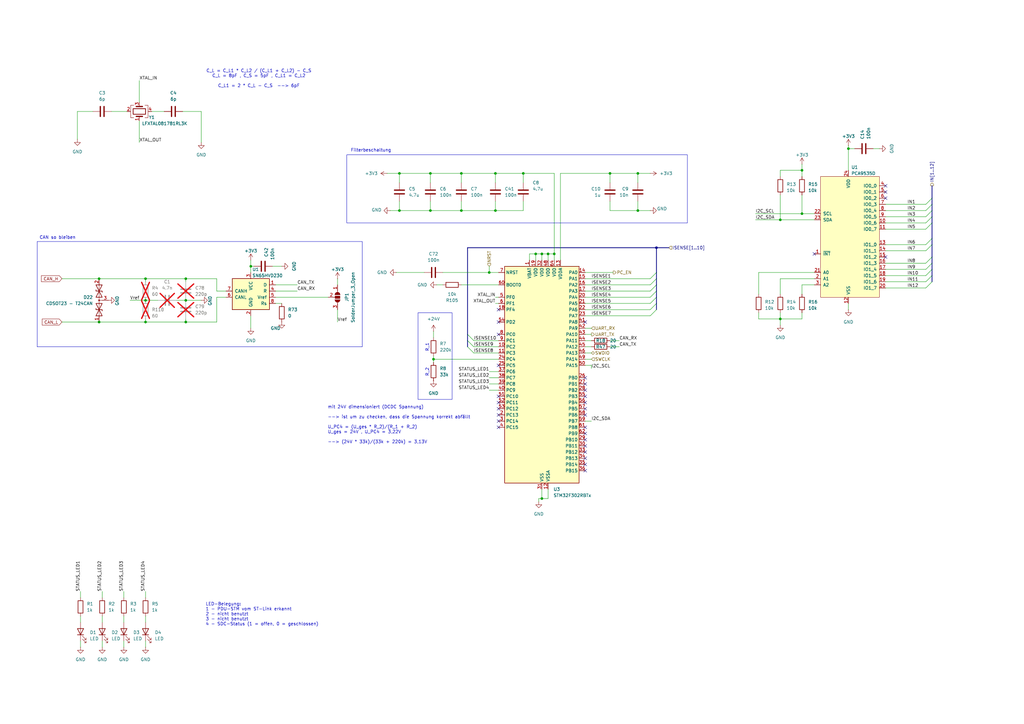
<source format=kicad_sch>
(kicad_sch
	(version 20231120)
	(generator "eeschema")
	(generator_version "8.0")
	(uuid "aa933140-9f4b-4735-968c-43a62bfa3dd4")
	(paper "A3")
	(title_block
		(title "PDU FT25")
		(date "2024-11-18")
		(rev "V1.0")
		(company "Janek Herm")
		(comment 1 "FaSTTUBe Electronics")
	)
	
	(junction
		(at 163.83 71.12)
		(diameter 0)
		(color 0 0 0 0)
		(uuid "1c1561dd-db1e-4379-88cb-32c62072201a")
	)
	(junction
		(at 40.64 114.3)
		(diameter 0)
		(color 0 0 0 0)
		(uuid "24200dc3-0fe0-44bc-8130-ae619484c55d")
	)
	(junction
		(at 76.2 114.3)
		(diameter 0)
		(color 0 0 0 0)
		(uuid "2909134b-3d57-4d2d-930f-c2f46d76c54e")
	)
	(junction
		(at 76.2 132.08)
		(diameter 0)
		(color 0 0 0 0)
		(uuid "32bc5ba3-b62b-42dc-82e3-cb95cb6a2278")
	)
	(junction
		(at 269.24 101.6)
		(diameter 0)
		(color 0 0 0 0)
		(uuid "336ecfe3-4b6c-4c03-ad58-6e9f8ed49a93")
	)
	(junction
		(at 347.98 60.96)
		(diameter 0)
		(color 0 0 0 0)
		(uuid "3af96c80-8825-4d3f-abd4-d06417da9ee9")
	)
	(junction
		(at 59.69 123.19)
		(diameter 0)
		(color 0 0 0 0)
		(uuid "470305e6-4469-423b-a0b1-e2953ae99fd0")
	)
	(junction
		(at 320.04 90.17)
		(diameter 0)
		(color 0 0 0 0)
		(uuid "4976ace9-3a0b-41e8-94d3-6e1c1feda624")
	)
	(junction
		(at 222.25 204.47)
		(diameter 0)
		(color 0 0 0 0)
		(uuid "4a042d06-5575-481b-9363-db3682fcd0d8")
	)
	(junction
		(at 224.79 104.14)
		(diameter 0)
		(color 0 0 0 0)
		(uuid "4a5d67a8-f458-4ca3-8b92-21a112e0f4b4")
	)
	(junction
		(at 261.62 86.36)
		(diameter 0)
		(color 0 0 0 0)
		(uuid "60d16c02-84b1-46a4-a9a4-92263b8dcb49")
	)
	(junction
		(at 189.23 71.12)
		(diameter 0)
		(color 0 0 0 0)
		(uuid "67916b88-e6d0-4b5a-9f27-3bf6035e0635")
	)
	(junction
		(at 163.83 86.36)
		(diameter 0)
		(color 0 0 0 0)
		(uuid "7b12ecee-0c67-4465-8158-f60ce921a82f")
	)
	(junction
		(at 250.19 71.12)
		(diameter 0)
		(color 0 0 0 0)
		(uuid "8065c336-233f-4333-8fb9-b0cf210d8d84")
	)
	(junction
		(at 176.53 71.12)
		(diameter 0)
		(color 0 0 0 0)
		(uuid "81124fb1-9228-4404-b2ec-46da02e0191c")
	)
	(junction
		(at 328.93 87.63)
		(diameter 0)
		(color 0 0 0 0)
		(uuid "8eb5ca27-f4ad-48ee-b505-1ffe9b793dee")
	)
	(junction
		(at 227.33 104.14)
		(diameter 0)
		(color 0 0 0 0)
		(uuid "92181147-f6d9-4a30-9e52-285e8f653835")
	)
	(junction
		(at 59.69 114.3)
		(diameter 0)
		(color 0 0 0 0)
		(uuid "952a4c72-7ac6-4c90-b284-d228a11ad936")
	)
	(junction
		(at 219.71 104.14)
		(diameter 0)
		(color 0 0 0 0)
		(uuid "9d39e635-6ccb-4356-8a35-e6683e33abc6")
	)
	(junction
		(at 189.23 86.36)
		(diameter 0)
		(color 0 0 0 0)
		(uuid "a024b72b-5e3f-46fb-a2e4-a5878e8a88f4")
	)
	(junction
		(at 177.8 147.32)
		(diameter 0)
		(color 0 0 0 0)
		(uuid "aaccc812-c088-498a-befd-eb96b122b5fd")
	)
	(junction
		(at 200.66 111.76)
		(diameter 0)
		(color 0 0 0 0)
		(uuid "bb8bbc0e-59ca-4c70-96e1-574d2a709031")
	)
	(junction
		(at 320.04 130.81)
		(diameter 0)
		(color 0 0 0 0)
		(uuid "bc679753-0604-4731-a998-3b15c7b1ed3b")
	)
	(junction
		(at 214.63 71.12)
		(diameter 0)
		(color 0 0 0 0)
		(uuid "c3804580-880e-42ec-9ac0-0d99145ce20d")
	)
	(junction
		(at 176.53 86.36)
		(diameter 0)
		(color 0 0 0 0)
		(uuid "cb8dda75-074d-4c4c-adc1-368befa4d039")
	)
	(junction
		(at 102.87 109.22)
		(diameter 0)
		(color 0 0 0 0)
		(uuid "e2d03ef5-6f0d-42ac-b206-09a65441fc7c")
	)
	(junction
		(at 59.69 132.08)
		(diameter 0)
		(color 0 0 0 0)
		(uuid "e3bee0d1-ee56-45a2-b990-12f34ff6079d")
	)
	(junction
		(at 328.93 69.85)
		(diameter 0)
		(color 0 0 0 0)
		(uuid "e70d475c-14a0-417f-8f12-9e27d4029214")
	)
	(junction
		(at 40.64 132.08)
		(diameter 0)
		(color 0 0 0 0)
		(uuid "ecb153c6-64f7-4e6d-ba7e-f8d1a568d9ab")
	)
	(junction
		(at 76.2 123.19)
		(diameter 0)
		(color 0 0 0 0)
		(uuid "effeb44b-6653-4665-8798-a89e5d31ce18")
	)
	(junction
		(at 261.62 71.12)
		(diameter 0)
		(color 0 0 0 0)
		(uuid "f3432773-749d-40c3-8aa7-240cc93fb599")
	)
	(junction
		(at 222.25 104.14)
		(diameter 0)
		(color 0 0 0 0)
		(uuid "f5034439-030d-403b-8d95-4d009b618e77")
	)
	(junction
		(at 203.2 86.36)
		(diameter 0)
		(color 0 0 0 0)
		(uuid "f79ecdf7-8915-4abb-bd2a-27ce32ad523f")
	)
	(junction
		(at 203.2 71.12)
		(diameter 0)
		(color 0 0 0 0)
		(uuid "fc270b45-755a-4224-a4f1-a9ea4d6490f5")
	)
	(no_connect
		(at 240.03 132.08)
		(uuid "075be4a6-f93d-4ab9-bd89-dc240df4e00e")
	)
	(no_connect
		(at 240.03 167.64)
		(uuid "0e402498-1ec7-4e50-bcc0-9ff038dc97d5")
	)
	(no_connect
		(at 240.03 160.02)
		(uuid "131eb07a-6ead-48d2-ae19-3b8da34603e8")
	)
	(no_connect
		(at 240.03 180.34)
		(uuid "19cf9c81-2fba-4670-b2f0-ba67ddd74a3e")
	)
	(no_connect
		(at 204.47 167.64)
		(uuid "3d18cbec-9d6d-4b25-acd5-d8fdd5b8b0be")
	)
	(no_connect
		(at 240.03 154.94)
		(uuid "410ed741-d2ca-4fcf-b642-3161f8bacc81")
	)
	(no_connect
		(at 204.47 162.56)
		(uuid "45562499-1e44-4813-aec5-0741e308f3d2")
	)
	(no_connect
		(at 204.47 132.08)
		(uuid "4865fe96-237f-418e-93a3-2eaf2c765084")
	)
	(no_connect
		(at 240.03 185.42)
		(uuid "58d74ae9-2307-4de6-9151-68661a1816d0")
	)
	(no_connect
		(at 240.03 170.18)
		(uuid "69290241-9eae-4883-905d-50e44bfcf25b")
	)
	(no_connect
		(at 363.22 76.2)
		(uuid "6f268dd9-563a-4163-a284-8dd3a3c87d37")
	)
	(no_connect
		(at 204.47 137.16)
		(uuid "6f3d28e0-2dd5-4cfd-b78a-947982f01cbb")
	)
	(no_connect
		(at 204.47 149.86)
		(uuid "969aafdd-ff23-44c3-be52-b64f08887ca4")
	)
	(no_connect
		(at 204.47 127)
		(uuid "99e63ff9-177b-4543-b70d-778349a2a25f")
	)
	(no_connect
		(at 240.03 175.26)
		(uuid "a5399089-071a-4da6-9756-3741d9898a67")
	)
	(no_connect
		(at 204.47 172.72)
		(uuid "ad49ca66-099f-4159-937e-9db9a18f4851")
	)
	(no_connect
		(at 240.03 165.1)
		(uuid "af28ca33-6fae-440e-8467-d8e50d2753e5")
	)
	(no_connect
		(at 240.03 177.8)
		(uuid "b4d758ff-8478-4a5b-9f14-2599b2215eba")
	)
	(no_connect
		(at 240.03 193.04)
		(uuid "bac5d880-abb4-40a2-8090-bcef494253fe")
	)
	(no_connect
		(at 204.47 175.26)
		(uuid "c8195dcc-90c4-47c0-a6c5-831f93dc9f79")
	)
	(no_connect
		(at 240.03 182.88)
		(uuid "cdfb933a-db2f-4c8b-b286-a6f536220444")
	)
	(no_connect
		(at 363.22 78.74)
		(uuid "ce445c3f-9a4c-4fe8-9860-44754a719e7b")
	)
	(no_connect
		(at 363.22 105.41)
		(uuid "d12e8e80-b9c2-47f3-a4e5-b931c0e3c3d9")
	)
	(no_connect
		(at 204.47 165.1)
		(uuid "db33d49a-3129-4b24-b009-5ecf44055eb2")
	)
	(no_connect
		(at 240.03 162.56)
		(uuid "e39f14bf-0c61-442d-ba06-1e9c8d8b75ee")
	)
	(no_connect
		(at 240.03 190.5)
		(uuid "e91fa337-5f0c-40c9-9ade-07bfb3188114")
	)
	(no_connect
		(at 240.03 157.48)
		(uuid "ebf0581a-dc12-4e31-b4c0-6e2f8a679616")
	)
	(no_connect
		(at 240.03 187.96)
		(uuid "ede8c80a-ab04-420e-8c58-8caaa9430c63")
	)
	(no_connect
		(at 204.47 170.18)
		(uuid "f0c659de-c41e-4e0f-afd2-07ebba881f6e")
	)
	(no_connect
		(at 334.01 104.14)
		(uuid "fda3fbe6-f385-47ba-91f3-e03a66bc96a6")
	)
	(no_connect
		(at 363.22 81.28)
		(uuid "fdd22e9e-0ab8-4f4d-a936-220bca98d249")
	)
	(bus_entry
		(at 266.7 116.84)
		(size 2.54 -2.54)
		(stroke
			(width 0)
			(type default)
		)
		(uuid "0f44c7bf-42fb-4027-bf20-709ad1aa704a")
	)
	(bus_entry
		(at 379.73 91.44)
		(size 2.54 -2.54)
		(stroke
			(width 0)
			(type default)
		)
		(uuid "1a8c4578-18d3-4d5b-9d91-abbaf03e9138")
	)
	(bus_entry
		(at 266.7 124.46)
		(size 2.54 -2.54)
		(stroke
			(width 0)
			(type default)
		)
		(uuid "3746bdc5-d4d0-444e-a59d-ea02833a6a65")
	)
	(bus_entry
		(at 266.7 114.3)
		(size 2.54 -2.54)
		(stroke
			(width 0)
			(type default)
		)
		(uuid "3945f06b-623d-49c3-983b-f40b5edec678")
	)
	(bus_entry
		(at 266.7 129.54)
		(size 2.54 -2.54)
		(stroke
			(width 0)
			(type default)
		)
		(uuid "3ff9cecd-8190-4579-b1d8-07f660d68860")
	)
	(bus_entry
		(at 379.73 83.82)
		(size 2.54 -2.54)
		(stroke
			(width 0)
			(type default)
		)
		(uuid "4957f270-e681-45e8-a176-90f5101326f9")
	)
	(bus_entry
		(at 266.7 119.38)
		(size 2.54 -2.54)
		(stroke
			(width 0)
			(type default)
		)
		(uuid "4c8b6feb-847b-42b4-8753-f006923bda77")
	)
	(bus_entry
		(at 379.73 113.03)
		(size 2.54 -2.54)
		(stroke
			(width 0)
			(type default)
		)
		(uuid "52c108e7-42d8-40ea-9646-fd41e1b7635a")
	)
	(bus_entry
		(at 379.73 107.95)
		(size 2.54 -2.54)
		(stroke
			(width 0)
			(type default)
		)
		(uuid "56b096de-f889-42c6-a376-cc718212d028")
	)
	(bus_entry
		(at 379.73 88.9)
		(size 2.54 -2.54)
		(stroke
			(width 0)
			(type default)
		)
		(uuid "579023c9-aee9-4289-bcef-52162fcd86e4")
	)
	(bus_entry
		(at 379.73 118.11)
		(size 2.54 -2.54)
		(stroke
			(width 0)
			(type default)
		)
		(uuid "5a9829a9-2752-40b1-90db-78e699e955aa")
	)
	(bus_entry
		(at 194.31 142.24)
		(size -2.54 -2.54)
		(stroke
			(width 0)
			(type default)
		)
		(uuid "64135b90-3a0c-4804-9fde-547c8272c55d")
	)
	(bus_entry
		(at 194.31 139.7)
		(size -2.54 -2.54)
		(stroke
			(width 0)
			(type default)
		)
		(uuid "6719ffa9-6a4f-44fe-8a9a-c324cb13ff44")
	)
	(bus_entry
		(at 379.73 115.57)
		(size 2.54 -2.54)
		(stroke
			(width 0)
			(type default)
		)
		(uuid "6d55b9a8-3776-4f25-929e-c56e410e4a49")
	)
	(bus_entry
		(at 194.31 144.78)
		(size -2.54 -2.54)
		(stroke
			(width 0)
			(type default)
		)
		(uuid "7ed18590-037b-413d-a1f3-a02291ce0ea9")
	)
	(bus_entry
		(at 379.73 100.33)
		(size 2.54 -2.54)
		(stroke
			(width 0)
			(type default)
		)
		(uuid "808fcb53-b6eb-4126-b4a3-839040796060")
	)
	(bus_entry
		(at 379.73 86.36)
		(size 2.54 -2.54)
		(stroke
			(width 0)
			(type default)
		)
		(uuid "90d7f3a5-58af-4177-955c-92363bd0700d")
	)
	(bus_entry
		(at 379.73 102.87)
		(size 2.54 -2.54)
		(stroke
			(width 0)
			(type default)
		)
		(uuid "96e2509f-440b-4476-a949-5afab6fe1157")
	)
	(bus_entry
		(at 266.7 121.92)
		(size 2.54 -2.54)
		(stroke
			(width 0)
			(type default)
		)
		(uuid "b0a68681-9431-48bb-8eb2-62215f344ead")
	)
	(bus_entry
		(at 266.7 127)
		(size 2.54 -2.54)
		(stroke
			(width 0)
			(type default)
		)
		(uuid "ea1a9b47-f76d-4abc-b8f5-fd23807434c3")
	)
	(bus_entry
		(at 379.73 93.98)
		(size 2.54 -2.54)
		(stroke
			(width 0)
			(type default)
		)
		(uuid "f601e2f6-d62a-4439-b759-53677e622b58")
	)
	(bus_entry
		(at 379.73 110.49)
		(size 2.54 -2.54)
		(stroke
			(width 0)
			(type default)
		)
		(uuid "fb76438c-e197-4f72-9ef1-1130912a6e42")
	)
	(bus
		(pts
			(xy 382.27 76.2) (xy 382.27 81.28)
		)
		(stroke
			(width 0)
			(type default)
		)
		(uuid "010bc3be-71bc-4e58-98f7-9ed658cbc8b3")
	)
	(wire
		(pts
			(xy 203.2 86.36) (xy 214.63 86.36)
		)
		(stroke
			(width 0)
			(type default)
		)
		(uuid "04342634-bf56-4170-94fb-99898055f07c")
	)
	(wire
		(pts
			(xy 102.87 109.22) (xy 104.14 109.22)
		)
		(stroke
			(width 0)
			(type default)
		)
		(uuid "04624f39-4f16-4cd8-945f-0c0f280b88d6")
	)
	(wire
		(pts
			(xy 92.71 119.38) (xy 88.9 119.38)
		)
		(stroke
			(width 0)
			(type default)
		)
		(uuid "04ce5f16-006c-484e-9448-6f35bc303ded")
	)
	(wire
		(pts
			(xy 222.25 106.68) (xy 222.25 104.14)
		)
		(stroke
			(width 0)
			(type default)
		)
		(uuid "0635cc89-ab21-411b-b2fb-734cbbdf8e6c")
	)
	(wire
		(pts
			(xy 53.34 123.19) (xy 59.69 123.19)
		)
		(stroke
			(width 0)
			(type default)
		)
		(uuid "067e1c89-22ea-4cd0-ac58-970449aa4157")
	)
	(wire
		(pts
			(xy 189.23 86.36) (xy 203.2 86.36)
		)
		(stroke
			(width 0)
			(type default)
		)
		(uuid "06cd50e4-a84d-4173-93ad-9c195c5ec8b1")
	)
	(wire
		(pts
			(xy 113.03 119.38) (xy 121.92 119.38)
		)
		(stroke
			(width 0)
			(type default)
		)
		(uuid "07d36fce-b92d-4ebb-924c-b0c58b3ef7ca")
	)
	(wire
		(pts
			(xy 347.98 124.46) (xy 347.98 127)
		)
		(stroke
			(width 0)
			(type default)
		)
		(uuid "0869e581-b060-4c9f-9943-967f8f7e95db")
	)
	(wire
		(pts
			(xy 177.8 147.32) (xy 204.47 147.32)
		)
		(stroke
			(width 0)
			(type default)
		)
		(uuid "08e5a2d8-f52d-4e51-88ae-1aa4173a3966")
	)
	(wire
		(pts
			(xy 250.19 142.24) (xy 254 142.24)
		)
		(stroke
			(width 0)
			(type default)
		)
		(uuid "09722ccd-1166-497f-a94c-e44e9be372b5")
	)
	(wire
		(pts
			(xy 217.17 104.14) (xy 219.71 104.14)
		)
		(stroke
			(width 0)
			(type default)
		)
		(uuid "0ad49cbe-2a59-4aad-8360-58993f3de25e")
	)
	(wire
		(pts
			(xy 50.8 242.57) (xy 50.8 245.11)
		)
		(stroke
			(width 0)
			(type default)
		)
		(uuid "0bf4fa6e-f353-4c5b-89b0-744fdf8daf9d")
	)
	(wire
		(pts
			(xy 59.69 114.3) (xy 59.69 115.57)
		)
		(stroke
			(width 0)
			(type default)
		)
		(uuid "0ea186d4-0575-4211-a5c2-c47d1a397213")
	)
	(wire
		(pts
			(xy 358.14 60.96) (xy 360.68 60.96)
		)
		(stroke
			(width 0)
			(type default)
		)
		(uuid "0f731fdc-ba0b-4ba2-81af-e0b468c5d2d6")
	)
	(wire
		(pts
			(xy 163.83 86.36) (xy 176.53 86.36)
		)
		(stroke
			(width 0)
			(type default)
		)
		(uuid "1231f68a-96d2-44b7-8d3c-b74c91867cc1")
	)
	(wire
		(pts
			(xy 59.69 130.81) (xy 59.69 132.08)
		)
		(stroke
			(width 0)
			(type default)
		)
		(uuid "129613d9-101d-4f0c-8d4a-a64ce9206fbe")
	)
	(wire
		(pts
			(xy 176.53 71.12) (xy 189.23 71.12)
		)
		(stroke
			(width 0)
			(type default)
		)
		(uuid "1351a6f2-d547-4c92-a7bd-fc66aa2b7b1c")
	)
	(wire
		(pts
			(xy 40.64 114.3) (xy 59.69 114.3)
		)
		(stroke
			(width 0)
			(type default)
		)
		(uuid "13ff90a7-64c3-4c39-bfde-af322b8ef136")
	)
	(wire
		(pts
			(xy 320.04 130.81) (xy 320.04 128.27)
		)
		(stroke
			(width 0)
			(type default)
		)
		(uuid "14d09b76-1ce3-44f0-b72d-d9cbff090b51")
	)
	(wire
		(pts
			(xy 334.01 114.3) (xy 320.04 114.3)
		)
		(stroke
			(width 0)
			(type default)
		)
		(uuid "14eddd3c-17a1-4233-a3d5-e24ea4ef49eb")
	)
	(wire
		(pts
			(xy 113.03 124.46) (xy 115.57 124.46)
		)
		(stroke
			(width 0)
			(type default)
		)
		(uuid "14f3c7a6-d742-4322-bb88-1c8b862b32bd")
	)
	(wire
		(pts
			(xy 240.03 127) (xy 266.7 127)
		)
		(stroke
			(width 0)
			(type default)
		)
		(uuid "1563780a-b8ea-48ce-ab08-85a32f8ef187")
	)
	(wire
		(pts
			(xy 57.15 33.02) (xy 57.15 41.91)
		)
		(stroke
			(width 0)
			(type default)
		)
		(uuid "156a91e1-7575-43e4-ad21-502973462c11")
	)
	(wire
		(pts
			(xy 240.03 134.62) (xy 242.57 134.62)
		)
		(stroke
			(width 0)
			(type default)
		)
		(uuid "1835392a-44c0-4c7c-aba2-4aae14bcc355")
	)
	(wire
		(pts
			(xy 328.93 67.31) (xy 328.93 69.85)
		)
		(stroke
			(width 0)
			(type default)
		)
		(uuid "1bc3d932-c84a-4bae-b9c9-a261763fd632")
	)
	(wire
		(pts
			(xy 311.15 130.81) (xy 320.04 130.81)
		)
		(stroke
			(width 0)
			(type default)
		)
		(uuid "1f6e48c9-08c8-4b53-91b5-0d77b61d9ee7")
	)
	(wire
		(pts
			(xy 33.02 262.89) (xy 33.02 265.43)
		)
		(stroke
			(width 0)
			(type default)
		)
		(uuid "1f718422-99da-4137-9d23-e032c03b928c")
	)
	(wire
		(pts
			(xy 59.69 132.08) (xy 76.2 132.08)
		)
		(stroke
			(width 0)
			(type default)
		)
		(uuid "20098200-20b7-498b-9c5a-1c253e7e5f5b")
	)
	(bus
		(pts
			(xy 269.24 111.76) (xy 269.24 114.3)
		)
		(stroke
			(width 0)
			(type default)
		)
		(uuid "2251dd67-3d1a-45bd-95a7-174c40e8a15b")
	)
	(wire
		(pts
			(xy 67.31 45.72) (xy 62.23 45.72)
		)
		(stroke
			(width 0)
			(type default)
		)
		(uuid "237a38f9-6614-4bbc-b48b-aa6c4183ece0")
	)
	(wire
		(pts
			(xy 347.98 60.96) (xy 350.52 60.96)
		)
		(stroke
			(width 0)
			(type default)
		)
		(uuid "250094d0-2240-44bf-ba8a-ecd7fbb67ccd")
	)
	(wire
		(pts
			(xy 102.87 106.68) (xy 102.87 109.22)
		)
		(stroke
			(width 0)
			(type default)
		)
		(uuid "253308ce-4f34-45f1-a309-15a60f1e19ef")
	)
	(bus
		(pts
			(xy 269.24 116.84) (xy 269.24 119.38)
		)
		(stroke
			(width 0)
			(type default)
		)
		(uuid "262d263f-f433-4679-862b-308035de0a2b")
	)
	(bus
		(pts
			(xy 382.27 100.33) (xy 382.27 105.41)
		)
		(stroke
			(width 0)
			(type default)
		)
		(uuid "26c7c305-3bcc-4436-90b4-df55d5c00e64")
	)
	(bus
		(pts
			(xy 382.27 97.79) (xy 382.27 100.33)
		)
		(stroke
			(width 0)
			(type default)
		)
		(uuid "26d2ce6f-7526-4048-aabf-0797946e337a")
	)
	(wire
		(pts
			(xy 59.69 252.73) (xy 59.69 255.27)
		)
		(stroke
			(width 0)
			(type default)
		)
		(uuid "2740f0c3-f83d-4a43-bd16-79351b38078c")
	)
	(wire
		(pts
			(xy 25.4 132.08) (xy 40.64 132.08)
		)
		(stroke
			(width 0)
			(type default)
		)
		(uuid "274e5ee3-d781-4532-b53c-05387a81ff92")
	)
	(wire
		(pts
			(xy 363.22 83.82) (xy 379.73 83.82)
		)
		(stroke
			(width 0)
			(type default)
		)
		(uuid "2887116b-bea2-468f-885b-5166edebab89")
	)
	(wire
		(pts
			(xy 50.8 262.89) (xy 50.8 265.43)
		)
		(stroke
			(width 0)
			(type default)
		)
		(uuid "28936ae9-31fb-4684-bfc2-88bef813e60a")
	)
	(wire
		(pts
			(xy 76.2 130.81) (xy 76.2 132.08)
		)
		(stroke
			(width 0)
			(type default)
		)
		(uuid "2c36341c-e8ad-4c3f-828b-51d06c455951")
	)
	(wire
		(pts
			(xy 328.93 128.27) (xy 328.93 130.81)
		)
		(stroke
			(width 0)
			(type default)
		)
		(uuid "2e5a695f-ee07-41da-afdc-d2e8cde96153")
	)
	(wire
		(pts
			(xy 220.98 204.47) (xy 220.98 205.74)
		)
		(stroke
			(width 0)
			(type default)
		)
		(uuid "2e6a84cd-4428-4a5b-8eac-d5d5a9e09196")
	)
	(wire
		(pts
			(xy 328.93 116.84) (xy 328.93 120.65)
		)
		(stroke
			(width 0)
			(type default)
		)
		(uuid "2f821134-ecaa-4c76-ab06-b0dd5c8151d9")
	)
	(wire
		(pts
			(xy 189.23 86.36) (xy 176.53 86.36)
		)
		(stroke
			(width 0)
			(type default)
		)
		(uuid "30049d16-312a-40c3-b4e3-d52ec94734e7")
	)
	(wire
		(pts
			(xy 40.64 132.08) (xy 59.69 132.08)
		)
		(stroke
			(width 0)
			(type default)
		)
		(uuid "30aaf3a0-4d2c-4c09-8330-c952bee69405")
	)
	(wire
		(pts
			(xy 240.03 114.3) (xy 266.7 114.3)
		)
		(stroke
			(width 0)
			(type default)
		)
		(uuid "31d32d8b-498b-4e2e-a65c-ff11263582c5")
	)
	(wire
		(pts
			(xy 41.91 252.73) (xy 41.91 255.27)
		)
		(stroke
			(width 0)
			(type default)
		)
		(uuid "32628a75-8d02-49b9-a096-e93c65272c78")
	)
	(wire
		(pts
			(xy 177.8 138.43) (xy 177.8 135.89)
		)
		(stroke
			(width 0)
			(type default)
		)
		(uuid "336dd7a3-3351-448e-a2f7-0a868d778216")
	)
	(bus
		(pts
			(xy 191.77 137.16) (xy 191.77 139.7)
		)
		(stroke
			(width 0)
			(type default)
		)
		(uuid "33f73685-2792-44e9-b5b0-05bbf7fcddaf")
	)
	(bus
		(pts
			(xy 269.24 101.6) (xy 269.24 111.76)
		)
		(stroke
			(width 0)
			(type default)
		)
		(uuid "35dec71b-26c6-47fc-8b49-5e8e283a85f2")
	)
	(bus
		(pts
			(xy 382.27 86.36) (xy 382.27 88.9)
		)
		(stroke
			(width 0)
			(type default)
		)
		(uuid "361944f6-fc26-476c-906a-b28f2bc30414")
	)
	(wire
		(pts
			(xy 45.72 45.72) (xy 52.07 45.72)
		)
		(stroke
			(width 0)
			(type default)
		)
		(uuid "36c25c5f-bef6-4b8d-872a-cb5f3de296cf")
	)
	(wire
		(pts
			(xy 194.31 142.24) (xy 204.47 142.24)
		)
		(stroke
			(width 0)
			(type default)
		)
		(uuid "374ea217-4be8-4b55-9567-a3387401ee1c")
	)
	(wire
		(pts
			(xy 266.7 86.36) (xy 261.62 86.36)
		)
		(stroke
			(width 0)
			(type default)
		)
		(uuid "380ed02c-02ec-493d-8e7a-a4d524cb20de")
	)
	(wire
		(pts
			(xy 363.22 86.36) (xy 379.73 86.36)
		)
		(stroke
			(width 0)
			(type default)
		)
		(uuid "3a208043-40df-48e3-96d8-2487d26fc72c")
	)
	(wire
		(pts
			(xy 160.02 86.36) (xy 163.83 86.36)
		)
		(stroke
			(width 0)
			(type default)
		)
		(uuid "3ad73296-22dc-403c-848b-592e5ee820e8")
	)
	(wire
		(pts
			(xy 204.47 160.02) (xy 200.66 160.02)
		)
		(stroke
			(width 0)
			(type default)
		)
		(uuid "3bf0defa-f434-4da3-9852-926b797769df")
	)
	(wire
		(pts
			(xy 229.87 71.12) (xy 250.19 71.12)
		)
		(stroke
			(width 0)
			(type default)
		)
		(uuid "3cf2ceea-35e9-4eb7-a160-b660911651bb")
	)
	(wire
		(pts
			(xy 363.22 107.95) (xy 379.73 107.95)
		)
		(stroke
			(width 0)
			(type default)
		)
		(uuid "3e4b90b5-23af-4990-a30f-addd83c93519")
	)
	(wire
		(pts
			(xy 363.22 115.57) (xy 379.73 115.57)
		)
		(stroke
			(width 0)
			(type default)
		)
		(uuid "3f3265f9-c18a-4c90-9076-96d9d1762ce8")
	)
	(wire
		(pts
			(xy 227.33 104.14) (xy 227.33 71.12)
		)
		(stroke
			(width 0)
			(type default)
		)
		(uuid "3fbf1dcd-d369-4d97-86e5-0d64166f1695")
	)
	(wire
		(pts
			(xy 92.71 121.92) (xy 88.9 121.92)
		)
		(stroke
			(width 0)
			(type default)
		)
		(uuid "433a9bd0-c4d3-45af-9bb9-a8a1648b5d0a")
	)
	(wire
		(pts
			(xy 25.4 114.3) (xy 40.64 114.3)
		)
		(stroke
			(width 0)
			(type default)
		)
		(uuid "4412c598-e00c-403a-a5e8-1df1ebe79e2c")
	)
	(bus
		(pts
			(xy 269.24 119.38) (xy 269.24 121.92)
		)
		(stroke
			(width 0)
			(type default)
		)
		(uuid "446d3b8a-b184-43ef-a483-c9827ee7e5e8")
	)
	(wire
		(pts
			(xy 203.2 71.12) (xy 214.63 71.12)
		)
		(stroke
			(width 0)
			(type default)
		)
		(uuid "44b7664b-4334-4003-b151-630ab004c928")
	)
	(wire
		(pts
			(xy 328.93 80.01) (xy 328.93 87.63)
		)
		(stroke
			(width 0)
			(type default)
		)
		(uuid "45359090-6d0f-45a7-8627-884318e66821")
	)
	(wire
		(pts
			(xy 115.57 109.22) (xy 111.76 109.22)
		)
		(stroke
			(width 0)
			(type default)
		)
		(uuid "488018a1-c63c-4e72-9bd5-1976cce0172a")
	)
	(wire
		(pts
			(xy 240.03 149.86) (xy 242.57 149.86)
		)
		(stroke
			(width 0)
			(type default)
		)
		(uuid "498abe3c-e63f-45f0-8823-362fe5df2ff4")
	)
	(wire
		(pts
			(xy 224.79 106.68) (xy 224.79 104.14)
		)
		(stroke
			(width 0)
			(type default)
		)
		(uuid "4a81f28c-0a6a-4076-8b7b-e8bba29c0ade")
	)
	(wire
		(pts
			(xy 189.23 82.55) (xy 189.23 86.36)
		)
		(stroke
			(width 0)
			(type default)
		)
		(uuid "4b690891-d34d-4a2c-b54b-a2bcf5e0cc9f")
	)
	(bus
		(pts
			(xy 191.77 101.6) (xy 191.77 137.16)
		)
		(stroke
			(width 0)
			(type default)
		)
		(uuid "4ba8ccba-e453-4230-9b0a-2d1e0788caac")
	)
	(wire
		(pts
			(xy 59.69 123.19) (xy 64.77 123.19)
		)
		(stroke
			(width 0)
			(type default)
		)
		(uuid "4bd024fb-1685-452e-a6bf-c127e24ffee7")
	)
	(wire
		(pts
			(xy 204.47 154.94) (xy 200.66 154.94)
		)
		(stroke
			(width 0)
			(type default)
		)
		(uuid "4d686276-809a-44e4-b3e6-33295a39cb5e")
	)
	(bus
		(pts
			(xy 382.27 110.49) (xy 382.27 113.03)
		)
		(stroke
			(width 0)
			(type default)
		)
		(uuid "510620bf-fbe8-4092-a8ea-7e5a3698fd0b")
	)
	(wire
		(pts
			(xy 240.03 116.84) (xy 266.7 116.84)
		)
		(stroke
			(width 0)
			(type default)
		)
		(uuid "51c6b7a0-c71a-4d20-abba-9f1e5de5eaa8")
	)
	(bus
		(pts
			(xy 382.27 81.28) (xy 382.27 83.82)
		)
		(stroke
			(width 0)
			(type default)
		)
		(uuid "51e120cb-5ef7-41ce-8227-1cef41159fee")
	)
	(wire
		(pts
			(xy 240.03 137.16) (xy 242.57 137.16)
		)
		(stroke
			(width 0)
			(type default)
		)
		(uuid "5207cf23-6b89-48ca-94f2-bc37a24192fc")
	)
	(wire
		(pts
			(xy 240.03 111.76) (xy 251.46 111.76)
		)
		(stroke
			(width 0)
			(type default)
		)
		(uuid "543969cb-48bf-4243-b80f-a17986eae4d8")
	)
	(wire
		(pts
			(xy 189.23 116.84) (xy 204.47 116.84)
		)
		(stroke
			(width 0)
			(type default)
		)
		(uuid "5457882c-466e-435a-a493-eb45347e573f")
	)
	(wire
		(pts
			(xy 320.04 72.39) (xy 320.04 69.85)
		)
		(stroke
			(width 0)
			(type default)
		)
		(uuid "559260d0-b430-497a-921e-d8ab0995af63")
	)
	(wire
		(pts
			(xy 177.8 146.05) (xy 177.8 147.32)
		)
		(stroke
			(width 0)
			(type default)
		)
		(uuid "5594d980-1253-4a7d-8f92-fa49c6434d84")
	)
	(wire
		(pts
			(xy 320.04 130.81) (xy 320.04 133.35)
		)
		(stroke
			(width 0)
			(type default)
		)
		(uuid "55b7211f-6b5f-45f7-b315-e1305c3d2503")
	)
	(wire
		(pts
			(xy 214.63 74.93) (xy 214.63 71.12)
		)
		(stroke
			(width 0)
			(type default)
		)
		(uuid "5762d99e-3126-4890-9607-31256a488ae7")
	)
	(wire
		(pts
			(xy 363.22 91.44) (xy 379.73 91.44)
		)
		(stroke
			(width 0)
			(type default)
		)
		(uuid "57c4bab5-a989-445b-aaad-9f7fb046ca6b")
	)
	(wire
		(pts
			(xy 163.83 71.12) (xy 176.53 71.12)
		)
		(stroke
			(width 0)
			(type default)
		)
		(uuid "592440ee-12c4-4be4-984c-ce759230f308")
	)
	(wire
		(pts
			(xy 309.88 87.63) (xy 328.93 87.63)
		)
		(stroke
			(width 0)
			(type default)
		)
		(uuid "5a3e03cb-0aed-4ec0-8192-8c213cde175a")
	)
	(wire
		(pts
			(xy 320.04 114.3) (xy 320.04 120.65)
		)
		(stroke
			(width 0)
			(type default)
		)
		(uuid "5ad2db20-9138-4d16-ac4a-63c9a60fc96a")
	)
	(bus
		(pts
			(xy 382.27 107.95) (xy 382.27 110.49)
		)
		(stroke
			(width 0)
			(type default)
		)
		(uuid "5d1aa52b-4097-47c0-acfb-7a33d019e068")
	)
	(wire
		(pts
			(xy 59.69 262.89) (xy 59.69 265.43)
		)
		(stroke
			(width 0)
			(type default)
		)
		(uuid "5f62b9cb-f925-42dd-b6a9-48a94ff318f6")
	)
	(wire
		(pts
			(xy 222.25 204.47) (xy 220.98 204.47)
		)
		(stroke
			(width 0)
			(type default)
		)
		(uuid "5fa66723-a87b-4fd8-a7ed-6a6ee875c26b")
	)
	(bus
		(pts
			(xy 269.24 121.92) (xy 269.24 124.46)
		)
		(stroke
			(width 0)
			(type default)
		)
		(uuid "63056bca-8aa2-4c61-9c04-4ba2d5dd7eae")
	)
	(wire
		(pts
			(xy 242.57 139.7) (xy 240.03 139.7)
		)
		(stroke
			(width 0)
			(type default)
		)
		(uuid "640e7ef2-ac50-4a3d-b491-720fc4ede5e4")
	)
	(wire
		(pts
			(xy 189.23 71.12) (xy 203.2 71.12)
		)
		(stroke
			(width 0)
			(type default)
		)
		(uuid "66b9af82-6c1b-407a-b830-0a7aa102153f")
	)
	(wire
		(pts
			(xy 82.55 58.42) (xy 82.55 45.72)
		)
		(stroke
			(width 0)
			(type default)
		)
		(uuid "6760abfc-8efe-43dd-b4af-004d7b033428")
	)
	(wire
		(pts
			(xy 363.22 110.49) (xy 379.73 110.49)
		)
		(stroke
			(width 0)
			(type default)
		)
		(uuid "6b3f2e83-c285-4a0e-812a-970aa35eb8f3")
	)
	(wire
		(pts
			(xy 204.47 157.48) (xy 200.66 157.48)
		)
		(stroke
			(width 0)
			(type default)
		)
		(uuid "6c1e18e5-29de-4d47-831a-a5fba3321085")
	)
	(wire
		(pts
			(xy 320.04 69.85) (xy 328.93 69.85)
		)
		(stroke
			(width 0)
			(type default)
		)
		(uuid "6dd16d73-f619-44ee-9197-b5f602792893")
	)
	(wire
		(pts
			(xy 200.66 109.22) (xy 200.66 111.76)
		)
		(stroke
			(width 0)
			(type default)
		)
		(uuid "70625563-a097-4b0a-a81d-15bb826a1032")
	)
	(wire
		(pts
			(xy 363.22 102.87) (xy 379.73 102.87)
		)
		(stroke
			(width 0)
			(type default)
		)
		(uuid "78a1b69a-85ae-4515-a0a1-e32eb2d8856e")
	)
	(wire
		(pts
			(xy 311.15 111.76) (xy 311.15 120.65)
		)
		(stroke
			(width 0)
			(type default)
		)
		(uuid "7b0346d4-6e2a-4c41-b38b-02e9163f993b")
	)
	(wire
		(pts
			(xy 224.79 204.47) (xy 222.25 204.47)
		)
		(stroke
			(width 0)
			(type default)
		)
		(uuid "7d3688bd-ee5d-46b9-bb87-c57b2f2ef841")
	)
	(wire
		(pts
			(xy 138.43 127) (xy 138.43 132.08)
		)
		(stroke
			(width 0)
			(type default)
		)
		(uuid "7e2d27f6-8dc6-4db9-a014-b25d12f38c27")
	)
	(wire
		(pts
			(xy 328.93 130.81) (xy 320.04 130.81)
		)
		(stroke
			(width 0)
			(type default)
		)
		(uuid "7e4cb730-e0c5-4eec-8bfb-ec0460e99647")
	)
	(wire
		(pts
			(xy 242.57 142.24) (xy 240.03 142.24)
		)
		(stroke
			(width 0)
			(type default)
		)
		(uuid "7e9898dd-c6fc-4604-8d67-25d9df0d3ea7")
	)
	(wire
		(pts
			(xy 363.22 93.98) (xy 379.73 93.98)
		)
		(stroke
			(width 0)
			(type default)
		)
		(uuid "7ef32392-76db-40d3-a157-49cf1b4ba958")
	)
	(wire
		(pts
			(xy 176.53 86.36) (xy 176.53 82.55)
		)
		(stroke
			(width 0)
			(type default)
		)
		(uuid "7f21f788-b78d-4607-b25e-c29c60fd01ee")
	)
	(wire
		(pts
			(xy 242.57 144.78) (xy 240.03 144.78)
		)
		(stroke
			(width 0)
			(type default)
		)
		(uuid "82290d4b-bd8c-4d11-86dd-8ccb4f10e26f")
	)
	(wire
		(pts
			(xy 33.02 252.73) (xy 33.02 255.27)
		)
		(stroke
			(width 0)
			(type default)
		)
		(uuid "83d840ed-51d0-4a2b-8c4b-8841ec896b9f")
	)
	(wire
		(pts
			(xy 204.47 152.4) (xy 200.66 152.4)
		)
		(stroke
			(width 0)
			(type default)
		)
		(uuid "84ae6afc-bf8f-4321-8fe0-1256ddb2d700")
	)
	(wire
		(pts
			(xy 203.2 121.92) (xy 204.47 121.92)
		)
		(stroke
			(width 0)
			(type default)
		)
		(uuid "84f07f24-75f3-4cc7-b54e-ff3a21911909")
	)
	(wire
		(pts
			(xy 222.25 200.66) (xy 222.25 204.47)
		)
		(stroke
			(width 0)
			(type default)
		)
		(uuid "8505f2cd-1e7f-4f98-99a1-831800ae8140")
	)
	(wire
		(pts
			(xy 113.03 121.92) (xy 134.62 121.92)
		)
		(stroke
			(width 0)
			(type default)
		)
		(uuid "85e8d5ff-9194-472a-81fe-81f1d2fb2bc7")
	)
	(wire
		(pts
			(xy 203.2 71.12) (xy 203.2 74.93)
		)
		(stroke
			(width 0)
			(type default)
		)
		(uuid "86594fa4-96ef-4b6b-9fb4-99fd99a23170")
	)
	(wire
		(pts
			(xy 222.25 104.14) (xy 224.79 104.14)
		)
		(stroke
			(width 0)
			(type default)
		)
		(uuid "87ddc8b3-f1a2-4d1c-91e8-606172ec47d6")
	)
	(wire
		(pts
			(xy 320.04 90.17) (xy 320.04 80.01)
		)
		(stroke
			(width 0)
			(type default)
		)
		(uuid "88df99e5-afab-4b90-b8cb-19ff80e5daad")
	)
	(wire
		(pts
			(xy 311.15 128.27) (xy 311.15 130.81)
		)
		(stroke
			(width 0)
			(type default)
		)
		(uuid "8c3d1e20-6143-498f-be20-dec63c5c19af")
	)
	(wire
		(pts
			(xy 363.22 113.03) (xy 379.73 113.03)
		)
		(stroke
			(width 0)
			(type default)
		)
		(uuid "8ce71bf8-38df-41cb-ae3c-5807499f1b40")
	)
	(wire
		(pts
			(xy 204.47 111.76) (xy 200.66 111.76)
		)
		(stroke
			(width 0)
			(type default)
		)
		(uuid "8e0c6015-c75f-4b40-8b31-6060fd9d7bdd")
	)
	(wire
		(pts
			(xy 41.91 242.57) (xy 41.91 245.11)
		)
		(stroke
			(width 0)
			(type default)
		)
		(uuid "91ab24a6-f08a-4e60-9cc2-e845e9436609")
	)
	(bus
		(pts
			(xy 382.27 105.41) (xy 382.27 107.95)
		)
		(stroke
			(width 0)
			(type default)
		)
		(uuid "93730b2e-4109-4a4b-9032-d5067c2576f9")
	)
	(wire
		(pts
			(xy 173.99 111.76) (xy 162.56 111.76)
		)
		(stroke
			(width 0)
			(type default)
		)
		(uuid "94b6a333-fb37-4dc2-8f35-94c2a07b929a")
	)
	(bus
		(pts
			(xy 191.77 101.6) (xy 269.24 101.6)
		)
		(stroke
			(width 0)
			(type default)
		)
		(uuid "96952c6d-506e-454c-b2d9-0948ab51e964")
	)
	(wire
		(pts
			(xy 181.61 116.84) (xy 179.07 116.84)
		)
		(stroke
			(width 0)
			(type default)
		)
		(uuid "96ba8d5b-8e4b-4926-a927-662bccc2db00")
	)
	(wire
		(pts
			(xy 163.83 74.93) (xy 163.83 71.12)
		)
		(stroke
			(width 0)
			(type default)
		)
		(uuid "96ed4aeb-ca18-43ce-b3d5-e2beccf8b493")
	)
	(wire
		(pts
			(xy 250.19 71.12) (xy 250.19 74.93)
		)
		(stroke
			(width 0)
			(type default)
		)
		(uuid "978b63ba-a51c-4bcc-8f6e-ce7e09ee5e8e")
	)
	(wire
		(pts
			(xy 219.71 106.68) (xy 219.71 104.14)
		)
		(stroke
			(width 0)
			(type default)
		)
		(uuid "99e28d3a-df39-45d6-a487-b1ca5e388bc1")
	)
	(wire
		(pts
			(xy 347.98 59.69) (xy 347.98 60.96)
		)
		(stroke
			(width 0)
			(type default)
		)
		(uuid "9b68920d-ad53-44c1-97b5-f1f6530b71e4")
	)
	(wire
		(pts
			(xy 250.19 82.55) (xy 250.19 86.36)
		)
		(stroke
			(width 0)
			(type default)
		)
		(uuid "9ba3c000-1f86-40f5-930e-17a4b93a145a")
	)
	(wire
		(pts
			(xy 224.79 200.66) (xy 224.79 204.47)
		)
		(stroke
			(width 0)
			(type default)
		)
		(uuid "9cc84406-31f7-4d0e-ad67-1f7cf798a249")
	)
	(bus
		(pts
			(xy 269.24 101.6) (xy 274.32 101.6)
		)
		(stroke
			(width 0)
			(type default)
		)
		(uuid "9ccbfe06-845b-49e2-82e7-bbf946473222")
	)
	(bus
		(pts
			(xy 382.27 83.82) (xy 382.27 86.36)
		)
		(stroke
			(width 0)
			(type default)
		)
		(uuid "9db1aa5e-34dc-41e5-bcdf-93916dd9012b")
	)
	(wire
		(pts
			(xy 57.15 49.53) (xy 57.15 58.42)
		)
		(stroke
			(width 0)
			(type default)
		)
		(uuid "a413a018-0767-4293-88dd-d3211b741500")
	)
	(wire
		(pts
			(xy 250.19 86.36) (xy 261.62 86.36)
		)
		(stroke
			(width 0)
			(type default)
		)
		(uuid "a43cec6a-d0ed-46b8-aba0-fb17da6a7b27")
	)
	(wire
		(pts
			(xy 240.03 119.38) (xy 266.7 119.38)
		)
		(stroke
			(width 0)
			(type default)
		)
		(uuid "a45559c4-5009-4967-bb41-f08a50315a24")
	)
	(wire
		(pts
			(xy 363.22 88.9) (xy 379.73 88.9)
		)
		(stroke
			(width 0)
			(type default)
		)
		(uuid "a5ae0e91-8246-4a61-a617-896b3c268b2a")
	)
	(wire
		(pts
			(xy 261.62 82.55) (xy 261.62 86.36)
		)
		(stroke
			(width 0)
			(type default)
		)
		(uuid "a6b89ee7-afe8-418b-bf84-d68aeb398b0e")
	)
	(wire
		(pts
			(xy 229.87 71.12) (xy 229.87 106.68)
		)
		(stroke
			(width 0)
			(type default)
		)
		(uuid "a810b8d0-b173-40f9-a48d-d719fd48f49e")
	)
	(wire
		(pts
			(xy 189.23 71.12) (xy 189.23 74.93)
		)
		(stroke
			(width 0)
			(type default)
		)
		(uuid "a819c80f-747f-4919-8dfd-4e1fbe3e4983")
	)
	(wire
		(pts
			(xy 176.53 71.12) (xy 176.53 74.93)
		)
		(stroke
			(width 0)
			(type default)
		)
		(uuid "a8f2f973-3249-43a2-b027-2642782bdbb8")
	)
	(bus
		(pts
			(xy 191.77 139.7) (xy 191.77 142.24)
		)
		(stroke
			(width 0)
			(type default)
		)
		(uuid "ad1f7770-d867-4af5-aee1-86e6022744f6")
	)
	(wire
		(pts
			(xy 88.9 119.38) (xy 88.9 114.3)
		)
		(stroke
			(width 0)
			(type default)
		)
		(uuid "ad5145d6-835e-40ef-8320-271a0d601a4e")
	)
	(wire
		(pts
			(xy 33.02 242.57) (xy 33.02 245.11)
		)
		(stroke
			(width 0)
			(type default)
		)
		(uuid "ae829c98-bff4-4d8a-81b0-64763e4c104a")
	)
	(wire
		(pts
			(xy 194.31 144.78) (xy 204.47 144.78)
		)
		(stroke
			(width 0)
			(type default)
		)
		(uuid "aec3c96b-d324-4c83-b01c-f4470e85d085")
	)
	(wire
		(pts
			(xy 158.75 71.12) (xy 163.83 71.12)
		)
		(stroke
			(width 0)
			(type default)
		)
		(uuid "b2c18a8b-1856-404b-9568-1fbaa6d1aa7d")
	)
	(wire
		(pts
			(xy 224.79 104.14) (xy 227.33 104.14)
		)
		(stroke
			(width 0)
			(type default)
		)
		(uuid "b4d4436b-1e97-4b71-9d4a-efec7c2d29a0")
	)
	(wire
		(pts
			(xy 102.87 109.22) (xy 102.87 111.76)
		)
		(stroke
			(width 0)
			(type default)
		)
		(uuid "b59d0d87-af1c-44b8-8c95-246a18525198")
	)
	(wire
		(pts
			(xy 363.22 118.11) (xy 379.73 118.11)
		)
		(stroke
			(width 0)
			(type default)
		)
		(uuid "b694e302-39ae-4cec-8d85-dc68dfaa474a")
	)
	(wire
		(pts
			(xy 203.2 82.55) (xy 203.2 86.36)
		)
		(stroke
			(width 0)
			(type default)
		)
		(uuid "b8594858-a696-4f19-a9c8-df08777bfdd3")
	)
	(wire
		(pts
			(xy 309.88 90.17) (xy 320.04 90.17)
		)
		(stroke
			(width 0)
			(type default)
		)
		(uuid "b9321911-11cf-4472-b6ef-3c8c62805d3f")
	)
	(wire
		(pts
			(xy 242.57 147.32) (xy 240.03 147.32)
		)
		(stroke
			(width 0)
			(type default)
		)
		(uuid "bcdbbce2-e111-4dfe-b949-f0ee3b58496f")
	)
	(bus
		(pts
			(xy 382.27 91.44) (xy 382.27 97.79)
		)
		(stroke
			(width 0)
			(type default)
		)
		(uuid "bd128c15-f5a5-4718-955b-12b20ebea7c6")
	)
	(wire
		(pts
			(xy 334.01 111.76) (xy 311.15 111.76)
		)
		(stroke
			(width 0)
			(type default)
		)
		(uuid "bd3e1caf-329e-4479-b4a7-87eac38bb277")
	)
	(wire
		(pts
			(xy 76.2 132.08) (xy 88.9 132.08)
		)
		(stroke
			(width 0)
			(type default)
		)
		(uuid "c2a42c62-e28b-43a6-8bb2-0a1f119a0e38")
	)
	(bus
		(pts
			(xy 269.24 114.3) (xy 269.24 116.84)
		)
		(stroke
			(width 0)
			(type default)
		)
		(uuid "c2c8d552-f034-4449-a3de-dedf3aad8f00")
	)
	(wire
		(pts
			(xy 102.87 129.54) (xy 102.87 134.62)
		)
		(stroke
			(width 0)
			(type default)
		)
		(uuid "c3ec0945-321b-4b30-9522-0c21319a5f80")
	)
	(wire
		(pts
			(xy 88.9 121.92) (xy 88.9 132.08)
		)
		(stroke
			(width 0)
			(type default)
		)
		(uuid "c52a96ec-fb68-468e-b3cf-c886bc8728ae")
	)
	(wire
		(pts
			(xy 334.01 90.17) (xy 320.04 90.17)
		)
		(stroke
			(width 0)
			(type default)
		)
		(uuid "c6c3a6c9-e2a3-49de-b7d2-a90ad24d0469")
	)
	(wire
		(pts
			(xy 113.03 116.84) (xy 121.92 116.84)
		)
		(stroke
			(width 0)
			(type default)
		)
		(uuid "c7a522df-9734-4702-b512-256d9a6e5778")
	)
	(wire
		(pts
			(xy 76.2 123.19) (xy 82.55 123.19)
		)
		(stroke
			(width 0)
			(type default)
		)
		(uuid "ca4d6cf7-17c8-4b62-ac2f-e6ef1ddb6abb")
	)
	(bus
		(pts
			(xy 269.24 124.46) (xy 269.24 127)
		)
		(stroke
			(width 0)
			(type default)
		)
		(uuid "ca8cfe9e-87ec-4a19-8f30-49bfa4505870")
	)
	(wire
		(pts
			(xy 363.22 100.33) (xy 379.73 100.33)
		)
		(stroke
			(width 0)
			(type default)
		)
		(uuid "ccec9f19-5dc7-4e41-9e22-3ba7de88e290")
	)
	(wire
		(pts
			(xy 72.39 123.19) (xy 76.2 123.19)
		)
		(stroke
			(width 0)
			(type default)
		)
		(uuid "d04a6fcf-4cdd-4d4d-b903-0c17ec3c718e")
	)
	(wire
		(pts
			(xy 31.75 45.72) (xy 38.1 45.72)
		)
		(stroke
			(width 0)
			(type default)
		)
		(uuid "d2c50efd-053f-4e2b-ab6b-ceb56e1390a6")
	)
	(wire
		(pts
			(xy 214.63 71.12) (xy 227.33 71.12)
		)
		(stroke
			(width 0)
			(type default)
		)
		(uuid "d30aab13-07f2-4457-b84a-c61ebd85324c")
	)
	(wire
		(pts
			(xy 214.63 82.55) (xy 214.63 86.36)
		)
		(stroke
			(width 0)
			(type default)
		)
		(uuid "d336c2f7-fd3c-4fa0-a3b6-30f66270e0dd")
	)
	(wire
		(pts
			(xy 240.03 172.72) (xy 242.57 172.72)
		)
		(stroke
			(width 0)
			(type default)
		)
		(uuid "d5e6c966-af32-4553-883c-fbf4d1cb3892")
	)
	(wire
		(pts
			(xy 138.43 116.84) (xy 138.43 114.3)
		)
		(stroke
			(width 0)
			(type default)
		)
		(uuid "d62ecc64-c152-4b0a-85bf-14bc416033b4")
	)
	(wire
		(pts
			(xy 59.69 242.57) (xy 59.69 245.11)
		)
		(stroke
			(width 0)
			(type default)
		)
		(uuid "d7c8bd47-7b73-4ea8-b196-0d40bce9a89c")
	)
	(wire
		(pts
			(xy 242.57 149.86) (xy 242.57 151.13)
		)
		(stroke
			(width 0)
			(type default)
		)
		(uuid "d91fbb6c-f401-46d1-b3c1-b391eb2b554e")
	)
	(wire
		(pts
			(xy 261.62 74.93) (xy 261.62 71.12)
		)
		(stroke
			(width 0)
			(type default)
		)
		(uuid "d952bab0-653b-435c-8a2f-6393719cdfa6")
	)
	(wire
		(pts
			(xy 347.98 60.96) (xy 347.98 69.85)
		)
		(stroke
			(width 0)
			(type default)
		)
		(uuid "daa38b61-7434-4d26-b3ea-bc79001601c2")
	)
	(wire
		(pts
			(xy 31.75 45.72) (xy 31.75 57.15)
		)
		(stroke
			(width 0)
			(type default)
		)
		(uuid "dbad8be3-21c0-4e36-a154-4beb3e5395a5")
	)
	(wire
		(pts
			(xy 240.03 121.92) (xy 266.7 121.92)
		)
		(stroke
			(width 0)
			(type default)
		)
		(uuid "dc7a3531-0422-497a-80c3-3ef7771970df")
	)
	(wire
		(pts
			(xy 250.19 139.7) (xy 254 139.7)
		)
		(stroke
			(width 0)
			(type default)
		)
		(uuid "ddac0376-e581-4f59-af0c-376284134561")
	)
	(wire
		(pts
			(xy 328.93 69.85) (xy 328.93 72.39)
		)
		(stroke
			(width 0)
			(type default)
		)
		(uuid "e00e87b7-1cf3-410e-9ebc-6f10b957408a")
	)
	(wire
		(pts
			(xy 194.31 139.7) (xy 204.47 139.7)
		)
		(stroke
			(width 0)
			(type default)
		)
		(uuid "e056fb87-e356-4c5f-a2aa-ef1101f35093")
	)
	(wire
		(pts
			(xy 219.71 104.14) (xy 222.25 104.14)
		)
		(stroke
			(width 0)
			(type default)
		)
		(uuid "e1b392db-7931-4964-964f-68fe177d16d9")
	)
	(bus
		(pts
			(xy 382.27 113.03) (xy 382.27 115.57)
		)
		(stroke
			(width 0)
			(type default)
		)
		(uuid "e246a693-4def-4674-bbe3-81100ccc5cd4")
	)
	(bus
		(pts
			(xy 382.27 88.9) (xy 382.27 91.44)
		)
		(stroke
			(width 0)
			(type default)
		)
		(uuid "e43bf01e-73c4-4a95-90b7-ad51a354d0cc")
	)
	(wire
		(pts
			(xy 250.19 71.12) (xy 261.62 71.12)
		)
		(stroke
			(width 0)
			(type default)
		)
		(uuid "e4c7bb4c-75bf-4ed2-b33c-57936b821a91")
	)
	(wire
		(pts
			(xy 334.01 116.84) (xy 328.93 116.84)
		)
		(stroke
			(width 0)
			(type default)
		)
		(uuid "e696295a-0932-453a-b9ed-63f866b61a71")
	)
	(wire
		(pts
			(xy 203.2 124.46) (xy 204.47 124.46)
		)
		(stroke
			(width 0)
			(type default)
		)
		(uuid "e70d3f73-dbb7-4d50-9c00-19309e1069bb")
	)
	(wire
		(pts
			(xy 181.61 111.76) (xy 200.66 111.76)
		)
		(stroke
			(width 0)
			(type default)
		)
		(uuid "e9a09831-e135-4679-aecb-836db1843107")
	)
	(wire
		(pts
			(xy 328.93 87.63) (xy 334.01 87.63)
		)
		(stroke
			(width 0)
			(type default)
		)
		(uuid "ec5bc1ef-006d-46b7-a7cc-82f9ec814390")
	)
	(wire
		(pts
			(xy 266.7 71.12) (xy 261.62 71.12)
		)
		(stroke
			(width 0)
			(type default)
		)
		(uuid "ecfb946e-dee6-4e45-95fc-b5190899afab")
	)
	(wire
		(pts
			(xy 76.2 114.3) (xy 88.9 114.3)
		)
		(stroke
			(width 0)
			(type default)
		)
		(uuid "ed5581ec-24f0-4aee-86dc-8fa4679b5eb7")
	)
	(wire
		(pts
			(xy 59.69 114.3) (xy 76.2 114.3)
		)
		(stroke
			(width 0)
			(type default)
		)
		(uuid "ee9f27bc-a10a-47ba-a52b-a4e9281cde59")
	)
	(wire
		(pts
			(xy 177.8 148.59) (xy 177.8 147.32)
		)
		(stroke
			(width 0)
			(type default)
		)
		(uuid "efc60472-7e4b-42b7-b473-446bd5932cdd")
	)
	(wire
		(pts
			(xy 82.55 45.72) (xy 74.93 45.72)
		)
		(stroke
			(width 0)
			(type default)
		)
		(uuid "f195cfaf-288e-48b7-ae46-9f4bc63212db")
	)
	(wire
		(pts
			(xy 50.8 252.73) (xy 50.8 255.27)
		)
		(stroke
			(width 0)
			(type default)
		)
		(uuid "f2c9f626-81c7-42a3-ba84-e6e34aba2a73")
	)
	(wire
		(pts
			(xy 163.83 82.55) (xy 163.83 86.36)
		)
		(stroke
			(width 0)
			(type default)
		)
		(uuid "f8f11e7f-ddc0-4fe9-8460-b4625b615e14")
	)
	(wire
		(pts
			(xy 227.33 106.68) (xy 227.33 104.14)
		)
		(stroke
			(width 0)
			(type default)
		)
		(uuid "fa0fe15b-625c-4fcd-a37c-74e397977bdc")
	)
	(wire
		(pts
			(xy 217.17 106.68) (xy 217.17 104.14)
		)
		(stroke
			(width 0)
			(type default)
		)
		(uuid "fa6e5475-e914-4c66-8c18-c28d6966df60")
	)
	(wire
		(pts
			(xy 240.03 129.54) (xy 266.7 129.54)
		)
		(stroke
			(width 0)
			(type default)
		)
		(uuid "fb070b1a-fc87-466b-ab80-902a347329a6")
	)
	(wire
		(pts
			(xy 41.91 262.89) (xy 41.91 265.43)
		)
		(stroke
			(width 0)
			(type default)
		)
		(uuid "fcb11e3d-f594-41c3-9028-a34d2dfa2da1")
	)
	(wire
		(pts
			(xy 240.03 124.46) (xy 266.7 124.46)
		)
		(stroke
			(width 0)
			(type default)
		)
		(uuid "fd063ee6-d100-4124-856f-49d3dbfb70cc")
	)
	(wire
		(pts
			(xy 76.2 115.57) (xy 76.2 114.3)
		)
		(stroke
			(width 0)
			(type default)
		)
		(uuid "fdc82e97-42d6-4f95-a572-875294e7cd83")
	)
	(rectangle
		(start 15.24 99.06)
		(end 148.59 142.24)
		(stroke
			(width 0)
			(type default)
		)
		(fill
			(type none)
		)
		(uuid 30858d57-1cd2-4652-9a2a-71ae176ca307)
	)
	(rectangle
		(start 142.24 63.5)
		(end 281.94 91.44)
		(stroke
			(width 0)
			(type default)
		)
		(fill
			(type none)
		)
		(uuid 3681c90d-221f-46a9-accf-7ed7e4e2ed01)
	)
	(rectangle
		(start 171.45 128.27)
		(end 185.42 163.83)
		(stroke
			(width 0)
			(type default)
		)
		(fill
			(type none)
		)
		(uuid 848af244-80b1-4e0e-8425-e5409fe46a43)
	)
	(text "C_L = C_L1 * C_L2 / (C_L1 + C_L2) - C_S\nC_L = 8pF , C_S = 5pF , C_L1 = C_L2\n\nC_L1 = 2 * C_L - C_S  --> 6pF"
		(exclude_from_sim no)
		(at 106.172 32.258 0)
		(effects
			(font
				(size 1.27 1.27)
			)
		)
		(uuid "1a8b17d6-89bd-48cd-9901-ea195dcd40b5")
	)
	(text "mit 24V dimensioniert (DCDC Spannung)\n\n--> ist um zu checken, dass die Spannung korrekt abfällt\n\nU_PC4 = (U_ges * R_2)/(R_1 + R_2)\nU_ges = 24V , U_PC4 = 3,22V\n\n--> (24V * 33k)/(33k + 220k) = 3,13V "
		(exclude_from_sim no)
		(at 134.366 182.118 0)
		(effects
			(font
				(size 1.27 1.27)
			)
			(justify left bottom)
		)
		(uuid "367d726a-97e8-460e-bab0-87c8df58516c")
	)
	(text "R_2"
		(exclude_from_sim no)
		(at 175.26 152.654 90)
		(effects
			(font
				(size 1.27 1.27)
			)
		)
		(uuid "49d38a3b-7899-4149-b839-6eb50d96a227")
	)
	(text "LED-Belegung:\n1 - PDU-STM vom ST-Link erkannt\n2 - nicht benutzt\n3 - nicht benutzt\n4 - SDC-Status (1 = offen, 0 = geschlossen)"
		(exclude_from_sim no)
		(at 84.328 251.968 0)
		(effects
			(font
				(size 1.27 1.27)
			)
			(justify left)
		)
		(uuid "835b9fc7-013a-4810-82d1-557c1aa0c6b6")
	)
	(text "Filterbeschaltung"
		(exclude_from_sim no)
		(at 152.146 61.722 0)
		(effects
			(font
				(size 1.27 1.27)
				(thickness 0.1588)
			)
		)
		(uuid "9714d113-96a5-4f77-b0d7-d684f5bcbafd")
	)
	(text "R_1"
		(exclude_from_sim no)
		(at 175.26 142.494 90)
		(effects
			(font
				(size 1.27 1.27)
			)
		)
		(uuid "a17dee88-4112-4f2e-80be-c5b91ccc8de9")
	)
	(text "CAN so bleiben"
		(exclude_from_sim no)
		(at 23.622 97.536 0)
		(effects
			(font
				(size 1.27 1.27)
				(thickness 0.1588)
			)
		)
		(uuid "e9ee57ec-626f-42b3-8e6c-88928a6b9132")
	)
	(label "CAN_TX"
		(at 121.92 116.84 0)
		(fields_autoplaced yes)
		(effects
			(font
				(size 1.27 1.27)
			)
			(justify left bottom)
		)
		(uuid "0a4a85f7-6096-499c-b1c6-063823d9a123")
	)
	(label "ISENSE5"
		(at 242.57 124.46 0)
		(fields_autoplaced yes)
		(effects
			(font
				(size 1.27 1.27)
			)
			(justify left bottom)
		)
		(uuid "126ee22f-26ac-4cf3-bc03-97a317c5ce2c")
	)
	(label "ISENSE8"
		(at 194.31 144.78 0)
		(fields_autoplaced yes)
		(effects
			(font
				(size 1.27 1.27)
			)
			(justify left bottom)
		)
		(uuid "154df472-4d90-4f50-91f6-186fbc403218")
	)
	(label "IN10"
		(at 372.11 113.03 0)
		(fields_autoplaced yes)
		(effects
			(font
				(size 1.27 1.27)
			)
			(justify left bottom)
		)
		(uuid "2204e0a5-d9f1-431f-8775-629f5ad07f3b")
	)
	(label "STATUS_LED3"
		(at 50.8 242.57 90)
		(fields_autoplaced yes)
		(effects
			(font
				(size 1.27 1.27)
			)
			(justify left bottom)
		)
		(uuid "244b4271-67a7-4e0e-ae91-733b39936bcb")
	)
	(label "STATUS_LED2"
		(at 200.66 154.94 180)
		(fields_autoplaced yes)
		(effects
			(font
				(size 1.27 1.27)
			)
			(justify right bottom)
		)
		(uuid "24d54b28-0d06-4767-bc36-8dd8ba886bd2")
	)
	(label "ISENSE10"
		(at 194.31 139.7 0)
		(fields_autoplaced yes)
		(effects
			(font
				(size 1.27 1.27)
			)
			(justify left bottom)
		)
		(uuid "25f3d28f-e70b-49fb-b7af-006e32eb53a5")
	)
	(label "XTAL_IN"
		(at 203.2 121.92 180)
		(fields_autoplaced yes)
		(effects
			(font
				(size 1.27 1.27)
			)
			(justify right bottom)
		)
		(uuid "2700054e-68fa-495b-928c-9b79d0815b04")
	)
	(label "IN2"
		(at 372.11 86.36 0)
		(fields_autoplaced yes)
		(effects
			(font
				(size 1.27 1.27)
			)
			(justify left bottom)
		)
		(uuid "2fb05241-a1a2-48a8-b2a4-745e81b2402a")
	)
	(label "IN11"
		(at 372.11 115.57 0)
		(fields_autoplaced yes)
		(effects
			(font
				(size 1.27 1.27)
			)
			(justify left bottom)
		)
		(uuid "327e752d-5f59-49c4-a796-51bbd3da4a47")
	)
	(label "ISENSE9"
		(at 194.31 142.24 0)
		(fields_autoplaced yes)
		(effects
			(font
				(size 1.27 1.27)
			)
			(justify left bottom)
		)
		(uuid "4d425618-f1de-4447-85c6-4ad4ab1f287a")
	)
	(label "STATUS_LED4"
		(at 200.66 160.02 180)
		(fields_autoplaced yes)
		(effects
			(font
				(size 1.27 1.27)
			)
			(justify right bottom)
		)
		(uuid "53c0b140-216c-4cf2-a35c-3badaae31131")
	)
	(label "Vref"
		(at 138.43 132.08 0)
		(fields_autoplaced yes)
		(effects
			(font
				(size 1.27 1.27)
			)
			(justify left bottom)
		)
		(uuid "56641f54-fc43-4f46-af49-d6332e5c5487")
	)
	(label "IN3"
		(at 372.11 88.9 0)
		(fields_autoplaced yes)
		(effects
			(font
				(size 1.27 1.27)
			)
			(justify left bottom)
		)
		(uuid "57502eaf-54ac-4222-ace2-d313fa19c647")
	)
	(label "ISENSE7"
		(at 242.57 129.54 0)
		(fields_autoplaced yes)
		(effects
			(font
				(size 1.27 1.27)
			)
			(justify left bottom)
		)
		(uuid "5a98635b-fc9b-45c2-a770-8adbc8cd34a0")
	)
	(label "ISENSE3"
		(at 242.57 119.38 0)
		(fields_autoplaced yes)
		(effects
			(font
				(size 1.27 1.27)
			)
			(justify left bottom)
		)
		(uuid "5b6a7f15-9a2e-40a6-a98e-bbc1988b7c3a")
	)
	(label "I2C_SCL"
		(at 242.57 151.13 0)
		(fields_autoplaced yes)
		(effects
			(font
				(size 1.27 1.27)
			)
			(justify left bottom)
		)
		(uuid "66a48ffe-5746-4f7c-8c43-e50ea78da785")
	)
	(label "IN1"
		(at 372.11 83.82 0)
		(fields_autoplaced yes)
		(effects
			(font
				(size 1.27 1.27)
			)
			(justify left bottom)
		)
		(uuid "66b91826-b772-452d-9134-7cc4374cea65")
	)
	(label "IN9"
		(at 372.11 110.49 0)
		(fields_autoplaced yes)
		(effects
			(font
				(size 1.27 1.27)
			)
			(justify left bottom)
		)
		(uuid "7bd42c32-4264-4950-804e-3de44e78aa5e")
	)
	(label "STATUS_LED1"
		(at 200.66 152.4 180)
		(fields_autoplaced yes)
		(effects
			(font
				(size 1.27 1.27)
			)
			(justify right bottom)
		)
		(uuid "7d4cdf5f-8674-465c-88bd-bfe4750353bb")
	)
	(label "STATUS_LED1"
		(at 33.02 242.57 90)
		(fields_autoplaced yes)
		(effects
			(font
				(size 1.27 1.27)
			)
			(justify left bottom)
		)
		(uuid "7d50187c-868b-41ac-9f84-ecff3800d770")
	)
	(label "STATUS_LED2"
		(at 41.91 242.57 90)
		(fields_autoplaced yes)
		(effects
			(font
				(size 1.27 1.27)
			)
			(justify left bottom)
		)
		(uuid "8177dc02-17dd-4cfa-86a2-02741849c02a")
	)
	(label "ISENSE6"
		(at 242.57 127 0)
		(fields_autoplaced yes)
		(effects
			(font
				(size 1.27 1.27)
			)
			(justify left bottom)
		)
		(uuid "8b38eb6d-ab82-4b13-8ea9-954b491513e2")
	)
	(label "CAN_RX"
		(at 121.92 119.38 0)
		(fields_autoplaced yes)
		(effects
			(font
				(size 1.27 1.27)
			)
			(justify left bottom)
		)
		(uuid "8eea8c8f-5f4c-45a3-a86e-62932248b2df")
	)
	(label "I2C_SDA"
		(at 309.88 90.17 0)
		(fields_autoplaced yes)
		(effects
			(font
				(size 1.27 1.27)
			)
			(justify left bottom)
		)
		(uuid "93a5c7fc-d6e0-4af2-9e13-9af9abbac537")
	)
	(label "IN12"
		(at 372.11 118.11 0)
		(fields_autoplaced yes)
		(effects
			(font
				(size 1.27 1.27)
			)
			(justify left bottom)
		)
		(uuid "9cf21b30-0341-4565-ae2d-320b47e6d4db")
	)
	(label "ISENSE4"
		(at 242.57 121.92 0)
		(fields_autoplaced yes)
		(effects
			(font
				(size 1.27 1.27)
			)
			(justify left bottom)
		)
		(uuid "aa620f5b-bd01-4f69-b0b2-fb9cd317774b")
	)
	(label "XTAL_OUT"
		(at 203.2 124.46 180)
		(fields_autoplaced yes)
		(effects
			(font
				(size 1.27 1.27)
			)
			(justify right bottom)
		)
		(uuid "b03a82ef-b78e-4833-a8cb-fda08e3e2a0a")
	)
	(label "I2C_SCL"
		(at 309.88 87.63 0)
		(fields_autoplaced yes)
		(effects
			(font
				(size 1.27 1.27)
			)
			(justify left bottom)
		)
		(uuid "b560aa4a-d94e-41c4-8490-3766470b6cf8")
	)
	(label "CAN_RX"
		(at 254 139.7 0)
		(fields_autoplaced yes)
		(effects
			(font
				(size 1.27 1.27)
			)
			(justify left bottom)
		)
		(uuid "bea5f28c-aa3a-4146-ac54-d8fb9aa1ba87")
	)
	(label "IN6"
		(at 372.11 100.33 0)
		(fields_autoplaced yes)
		(effects
			(font
				(size 1.27 1.27)
			)
			(justify left bottom)
		)
		(uuid "c233c081-18e3-47c7-afc0-0f3e9e2bddf1")
	)
	(label "XTAL_OUT"
		(at 57.15 58.42 0)
		(fields_autoplaced yes)
		(effects
			(font
				(size 1.27 1.27)
			)
			(justify left bottom)
		)
		(uuid "c36da402-000c-4da0-ad16-4df4eabd3a21")
	)
	(label "ISENSE2"
		(at 242.57 116.84 0)
		(fields_autoplaced yes)
		(effects
			(font
				(size 1.27 1.27)
			)
			(justify left bottom)
		)
		(uuid "c582e21b-9359-4889-b849-0740ff1cdb57")
	)
	(label "IN5"
		(at 372.11 93.98 0)
		(fields_autoplaced yes)
		(effects
			(font
				(size 1.27 1.27)
			)
			(justify left bottom)
		)
		(uuid "ca39cfff-e643-40bf-992e-2b7841bebdd5")
	)
	(label "ISENSE1"
		(at 242.57 114.3 0)
		(fields_autoplaced yes)
		(effects
			(font
				(size 1.27 1.27)
			)
			(justify left bottom)
		)
		(uuid "cc0247db-6082-4eec-886d-9388dddb1e47")
	)
	(label "XTAL_IN"
		(at 57.15 33.02 0)
		(fields_autoplaced yes)
		(effects
			(font
				(size 1.27 1.27)
			)
			(justify left bottom)
		)
		(uuid "cf6c05e5-4df6-4551-9719-dba090f99631")
	)
	(label "STATUS_LED4"
		(at 59.69 242.57 90)
		(fields_autoplaced yes)
		(effects
			(font
				(size 1.27 1.27)
			)
			(justify left bottom)
		)
		(uuid "d29af51d-2918-4fbe-83ad-f7301aeba3ca")
	)
	(label "I2C_SDA"
		(at 242.57 172.72 0)
		(fields_autoplaced yes)
		(effects
			(font
				(size 1.27 1.27)
			)
			(justify left bottom)
		)
		(uuid "d647f4f5-acad-4e34-b3b4-d5b30e1adebe")
	)
	(label "STATUS_LED3"
		(at 200.66 157.48 180)
		(fields_autoplaced yes)
		(effects
			(font
				(size 1.27 1.27)
			)
			(justify right bottom)
		)
		(uuid "d8465161-f6d3-4413-94a8-1954b60c33b8")
	)
	(label "IN8"
		(at 372.11 107.95 0)
		(fields_autoplaced yes)
		(effects
			(font
				(size 1.27 1.27)
			)
			(justify left bottom)
		)
		(uuid "ed44d4cc-4f14-47f5-b6a1-70d237ea456e")
	)
	(label "CAN_TX"
		(at 254 142.24 0)
		(fields_autoplaced yes)
		(effects
			(font
				(size 1.27 1.27)
			)
			(justify left bottom)
		)
		(uuid "f75abcf8-6655-4140-a9be-2df62eb97195")
	)
	(label "IN7"
		(at 372.11 102.87 0)
		(fields_autoplaced yes)
		(effects
			(font
				(size 1.27 1.27)
			)
			(justify left bottom)
		)
		(uuid "f88ced47-8894-439f-8325-98ab46f33536")
	)
	(label "IN4"
		(at 372.11 91.44 0)
		(fields_autoplaced yes)
		(effects
			(font
				(size 1.27 1.27)
			)
			(justify left bottom)
		)
		(uuid "fdb66257-22c7-4321-8407-1e3da5777445")
	)
	(label "Vref"
		(at 53.34 123.19 0)
		(fields_autoplaced yes)
		(effects
			(font
				(size 1.27 1.27)
			)
			(justify left bottom)
		)
		(uuid "fdfd967e-cf91-4b39-aaf1-bddb4af6e56f")
	)
	(global_label "CAN_L"
		(shape input)
		(at 25.4 132.08 180)
		(fields_autoplaced yes)
		(effects
			(font
				(size 1.27 1.27)
			)
			(justify right)
		)
		(uuid "940ca071-b6ef-4367-96fe-723f969f3603")
		(property "Intersheetrefs" "${INTERSHEET_REFS}"
			(at 16.73 132.08 0)
			(effects
				(font
					(size 1.27 1.27)
				)
				(justify right)
				(hide yes)
			)
		)
	)
	(global_label "CAN_H"
		(shape input)
		(at 25.4 114.3 180)
		(fields_autoplaced yes)
		(effects
			(font
				(size 1.27 1.27)
			)
			(justify right)
		)
		(uuid "c9e44886-f949-4d17-8a8b-dc44eb732d79")
		(property "Intersheetrefs" "${INTERSHEET_REFS}"
			(at 16.4276 114.3 0)
			(effects
				(font
					(size 1.27 1.27)
				)
				(justify right)
				(hide yes)
			)
		)
	)
	(hierarchical_label "NRST"
		(shape input)
		(at 200.66 109.22 90)
		(fields_autoplaced yes)
		(effects
			(font
				(size 1.27 1.27)
			)
			(justify left)
		)
		(uuid "6372f318-dcbb-46e3-89b9-5db553313a43")
	)
	(hierarchical_label "UART_TX"
		(shape output)
		(at 242.57 137.16 0)
		(fields_autoplaced yes)
		(effects
			(font
				(size 1.27 1.27)
			)
			(justify left)
		)
		(uuid "751cf304-81dc-4db4-9423-59d21c148f53")
	)
	(hierarchical_label "IN[1..12]"
		(shape output)
		(at 382.27 76.2 90)
		(fields_autoplaced yes)
		(effects
			(font
				(size 1.27 1.27)
			)
			(justify left)
		)
		(uuid "8b7e5fbf-b318-4147-b68c-5d94db1c8aa1")
	)
	(hierarchical_label "PC_EN"
		(shape output)
		(at 251.46 111.76 0)
		(fields_autoplaced yes)
		(effects
			(font
				(size 1.27 1.27)
			)
			(justify left)
		)
		(uuid "c0532968-8811-4957-9852-07aad1b61cc9")
	)
	(hierarchical_label "UART_RX"
		(shape input)
		(at 242.57 134.62 0)
		(fields_autoplaced yes)
		(effects
			(font
				(size 1.27 1.27)
			)
			(justify left)
		)
		(uuid "c556b811-2430-4d8a-8596-f9d62d89ec8b")
	)
	(hierarchical_label "SWCLK"
		(shape input)
		(at 242.57 147.32 0)
		(fields_autoplaced yes)
		(effects
			(font
				(size 1.27 1.27)
			)
			(justify left)
		)
		(uuid "ce36e259-6845-41af-9c61-96d57bb6a4bc")
	)
	(hierarchical_label "SWDIO"
		(shape bidirectional)
		(at 242.57 144.78 0)
		(fields_autoplaced yes)
		(effects
			(font
				(size 1.27 1.27)
			)
			(justify left)
		)
		(uuid "e0ffd830-708c-4159-8a5c-7570c84243dd")
	)
	(hierarchical_label "ISENSE[1..10]"
		(shape input)
		(at 274.32 101.6 0)
		(fields_autoplaced yes)
		(effects
			(font
				(size 1.27 1.27)
			)
			(justify left)
		)
		(uuid "e54f52c8-7453-410d-b5a7-4bd1ab3166b5")
	)
	(symbol
		(lib_name "+3.3V_4")
		(lib_id "power:+3.3V")
		(at 347.98 59.69 0)
		(unit 1)
		(exclude_from_sim no)
		(in_bom yes)
		(on_board yes)
		(dnp no)
		(fields_autoplaced yes)
		(uuid "010a7015-7bff-4f66-903e-873fdb5cc11d")
		(property "Reference" "#PWR031"
			(at 347.98 63.5 0)
			(effects
				(font
					(size 1.27 1.27)
				)
				(hide yes)
			)
		)
		(property "Value" "+3V3"
			(at 347.98 55.88 0)
			(effects
				(font
					(size 1.27 1.27)
				)
			)
		)
		(property "Footprint" ""
			(at 347.98 59.69 0)
			(effects
				(font
					(size 1.27 1.27)
				)
				(hide yes)
			)
		)
		(property "Datasheet" ""
			(at 347.98 59.69 0)
			(effects
				(font
					(size 1.27 1.27)
				)
				(hide yes)
			)
		)
		(property "Description" "Power symbol creates a global label with name \"+3.3V\""
			(at 347.98 59.69 0)
			(effects
				(font
					(size 1.27 1.27)
				)
				(hide yes)
			)
		)
		(pin "1"
			(uuid "d4e572fb-6bfc-432d-ac72-15138fe17528")
		)
		(instances
			(project "PDU FT24"
				(path "/cba93115-b7ba-40c8-a438-b74eea4adf4d/10dbcd3d-c2df-41dc-832d-4c9bd84254e3"
					(reference "#PWR031")
					(unit 1)
				)
			)
			(project "FT25_PDU_rear"
				(path "/f416f47c-80c6-4b91-950a-6a5805668465/45a2780d-c966-4bde-be6e-96cda1cd3a4a"
					(reference "#PWR03")
					(unit 1)
				)
			)
		)
	)
	(symbol
		(lib_id "Device:C")
		(at 76.2 119.38 0)
		(unit 1)
		(exclude_from_sim no)
		(in_bom yes)
		(on_board yes)
		(dnp yes)
		(fields_autoplaced yes)
		(uuid "01a5f1a1-3ecf-47f6-b275-d4a9fb1eada4")
		(property "Reference" "C78"
			(at 80.01 118.11 0)
			(effects
				(font
					(size 1.27 1.27)
				)
				(justify left)
			)
		)
		(property "Value" "220p"
			(at 80.01 120.65 0)
			(effects
				(font
					(size 1.27 1.27)
				)
				(justify left)
			)
		)
		(property "Footprint" "Capacitor_SMD:C_0603_1608Metric"
			(at 77.1652 123.19 0)
			(effects
				(font
					(size 1.27 1.27)
				)
				(hide yes)
			)
		)
		(property "Datasheet" "~"
			(at 76.2 119.38 0)
			(effects
				(font
					(size 1.27 1.27)
				)
				(hide yes)
			)
		)
		(property "Description" ""
			(at 76.2 119.38 0)
			(effects
				(font
					(size 1.27 1.27)
				)
				(hide yes)
			)
		)
		(pin "1"
			(uuid "07a1ad74-ba51-4c50-a5cb-3506c958ae6e")
		)
		(pin "2"
			(uuid "dcfe675f-5496-4321-be48-a214e10fd4ad")
		)
		(instances
			(project "PDU FT24"
				(path "/cba93115-b7ba-40c8-a438-b74eea4adf4d/10dbcd3d-c2df-41dc-832d-4c9bd84254e3"
					(reference "C78")
					(unit 1)
				)
			)
			(project "FT25_PDU_rear"
				(path "/f416f47c-80c6-4b91-950a-6a5805668465/45a2780d-c966-4bde-be6e-96cda1cd3a4a"
					(reference "C13")
					(unit 1)
				)
			)
			(project "PDU_v2"
				(path "/fbc58130-b049-4762-872e-e695cf541692/5afcaea1-69bd-43ec-8a59-395bd28847f4"
					(reference "C?")
					(unit 1)
				)
			)
		)
	)
	(symbol
		(lib_name "GND_10")
		(lib_id "power:GND")
		(at 115.57 132.08 0)
		(unit 1)
		(exclude_from_sim no)
		(in_bom yes)
		(on_board yes)
		(dnp no)
		(uuid "05769da5-328b-4fb3-b0b6-01df6d975ca4")
		(property "Reference" "#PWR0112"
			(at 115.57 138.43 0)
			(effects
				(font
					(size 1.27 1.27)
				)
				(hide yes)
			)
		)
		(property "Value" "GND"
			(at 113.03 134.62 0)
			(effects
				(font
					(size 1.27 1.27)
				)
			)
		)
		(property "Footprint" ""
			(at 115.57 132.08 0)
			(effects
				(font
					(size 1.27 1.27)
				)
				(hide yes)
			)
		)
		(property "Datasheet" ""
			(at 115.57 132.08 0)
			(effects
				(font
					(size 1.27 1.27)
				)
				(hide yes)
			)
		)
		(property "Description" "Power symbol creates a global label with name \"GND\" , ground"
			(at 115.57 132.08 0)
			(effects
				(font
					(size 1.27 1.27)
				)
				(hide yes)
			)
		)
		(pin "1"
			(uuid "f5e8948a-51ab-41b4-8c2d-429575ad31dd")
		)
		(instances
			(project "PDU FT24"
				(path "/cba93115-b7ba-40c8-a438-b74eea4adf4d/10dbcd3d-c2df-41dc-832d-4c9bd84254e3"
					(reference "#PWR0112")
					(unit 1)
				)
			)
			(project "FT25_PDU_rear"
				(path "/f416f47c-80c6-4b91-950a-6a5805668465/45a2780d-c966-4bde-be6e-96cda1cd3a4a"
					(reference "#PWR018")
					(unit 1)
				)
			)
		)
	)
	(symbol
		(lib_id "Device:Crystal_GND24")
		(at 57.15 45.72 90)
		(unit 1)
		(exclude_from_sim no)
		(in_bom yes)
		(on_board yes)
		(dnp no)
		(uuid "0831a8ff-bcce-4e68-8e2c-781e765ff0c8")
		(property "Reference" "Y1"
			(at 62.23 48.1328 90)
			(effects
				(font
					(size 1.27 1.27)
				)
			)
		)
		(property "Value" "LFXTAL081781RL3K"
			(at 67.564 50.6728 90)
			(effects
				(font
					(size 1.27 1.27)
				)
			)
		)
		(property "Footprint" "FaSTTUBe_Crystals:LFXTAL081781RL3K"
			(at 57.15 45.72 0)
			(effects
				(font
					(size 1.27 1.27)
				)
				(hide yes)
			)
		)
		(property "Datasheet" "https://www.we-online.com/components/products/datasheet/830108178109.pdf"
			(at 57.15 45.72 0)
			(effects
				(font
					(size 1.27 1.27)
				)
				(hide yes)
			)
		)
		(property "Description" "Crystals 16MHz 8pF 20ppm +-10"
			(at 57.15 45.72 0)
			(effects
				(font
					(size 1.27 1.27)
				)
				(hide yes)
			)
		)
		(pin "4"
			(uuid "7fb3cdab-27b0-496c-beaa-b9563aa72372")
		)
		(pin "2"
			(uuid "eaeeebc0-f577-4eea-9543-f50f82f89271")
		)
		(pin "3"
			(uuid "7386998d-a3c7-4e97-9f60-a80f060bf006")
		)
		(pin "1"
			(uuid "9d40fde7-8922-46c5-b09d-46a7c4e6a8f9")
		)
		(instances
			(project ""
				(path "/f416f47c-80c6-4b91-950a-6a5805668465/45a2780d-c966-4bde-be6e-96cda1cd3a4a"
					(reference "Y1")
					(unit 1)
				)
			)
		)
	)
	(symbol
		(lib_name "GND_2")
		(lib_id "power:GND")
		(at 266.7 86.36 90)
		(mirror x)
		(unit 1)
		(exclude_from_sim no)
		(in_bom yes)
		(on_board yes)
		(dnp no)
		(uuid "0e75dccf-e596-4c8e-a641-7d90ac36bfa1")
		(property "Reference" "#PWR017"
			(at 273.05 86.36 0)
			(effects
				(font
					(size 1.27 1.27)
				)
				(hide yes)
			)
		)
		(property "Value" "GND"
			(at 273.558 85.598 90)
			(effects
				(font
					(size 1.27 1.27)
				)
				(justify left)
			)
		)
		(property "Footprint" ""
			(at 266.7 86.36 0)
			(effects
				(font
					(size 1.27 1.27)
				)
				(hide yes)
			)
		)
		(property "Datasheet" ""
			(at 266.7 86.36 0)
			(effects
				(font
					(size 1.27 1.27)
				)
				(hide yes)
			)
		)
		(property "Description" "Power symbol creates a global label with name \"GND\" , ground"
			(at 266.7 86.36 0)
			(effects
				(font
					(size 1.27 1.27)
				)
				(hide yes)
			)
		)
		(pin "1"
			(uuid "f9b5cba8-5680-4ecb-a136-e650389b2ceb")
		)
		(instances
			(project "PDU FT24"
				(path "/cba93115-b7ba-40c8-a438-b74eea4adf4d/10dbcd3d-c2df-41dc-832d-4c9bd84254e3"
					(reference "#PWR017")
					(unit 1)
				)
			)
			(project "FT25_PDU_rear"
				(path "/f416f47c-80c6-4b91-950a-6a5805668465/45a2780d-c966-4bde-be6e-96cda1cd3a4a"
					(reference "#PWR09")
					(unit 1)
				)
			)
			(project "PDU_v2"
				(path "/fbc58130-b049-4762-872e-e695cf541692/5afcaea1-69bd-43ec-8a59-395bd28847f4"
					(reference "#PWR?")
					(unit 1)
				)
			)
		)
	)
	(symbol
		(lib_name "GND_4")
		(lib_id "power:GND")
		(at 179.07 116.84 270)
		(unit 1)
		(exclude_from_sim no)
		(in_bom yes)
		(on_board yes)
		(dnp no)
		(fields_autoplaced yes)
		(uuid "0f300875-695b-4c6d-897a-ed059decadfe")
		(property "Reference" "#PWR043"
			(at 172.72 116.84 0)
			(effects
				(font
					(size 1.27 1.27)
				)
				(hide yes)
			)
		)
		(property "Value" "GND"
			(at 175.26 116.8401 90)
			(effects
				(font
					(size 1.27 1.27)
				)
				(justify right)
			)
		)
		(property "Footprint" ""
			(at 179.07 116.84 0)
			(effects
				(font
					(size 1.27 1.27)
				)
				(hide yes)
			)
		)
		(property "Datasheet" ""
			(at 179.07 116.84 0)
			(effects
				(font
					(size 1.27 1.27)
				)
				(hide yes)
			)
		)
		(property "Description" "Power symbol creates a global label with name \"GND\" , ground"
			(at 179.07 116.84 0)
			(effects
				(font
					(size 1.27 1.27)
				)
				(hide yes)
			)
		)
		(pin "1"
			(uuid "5e974c79-89d2-484f-bb28-36dbde754a47")
		)
		(instances
			(project "PDU FT24"
				(path "/cba93115-b7ba-40c8-a438-b74eea4adf4d/10dbcd3d-c2df-41dc-832d-4c9bd84254e3"
					(reference "#PWR043")
					(unit 1)
				)
			)
			(project "FT25_PDU_rear"
				(path "/f416f47c-80c6-4b91-950a-6a5805668465/45a2780d-c966-4bde-be6e-96cda1cd3a4a"
					(reference "#PWR014")
					(unit 1)
				)
			)
			(project "PDU_v2"
				(path "/fbc58130-b049-4762-872e-e695cf541692/5afcaea1-69bd-43ec-8a59-395bd28847f4"
					(reference "#PWR?")
					(unit 1)
				)
			)
		)
	)
	(symbol
		(lib_name "GND_14")
		(lib_id "power:GND")
		(at 31.75 57.15 0)
		(unit 1)
		(exclude_from_sim no)
		(in_bom yes)
		(on_board yes)
		(dnp no)
		(fields_autoplaced yes)
		(uuid "12f7b531-1ace-4fc2-9df3-8fffdccbaaca")
		(property "Reference" "#PWR07"
			(at 31.75 63.5 0)
			(effects
				(font
					(size 1.27 1.27)
				)
				(hide yes)
			)
		)
		(property "Value" "GND"
			(at 31.75 62.23 0)
			(effects
				(font
					(size 1.27 1.27)
				)
			)
		)
		(property "Footprint" ""
			(at 31.75 57.15 0)
			(effects
				(font
					(size 1.27 1.27)
				)
				(hide yes)
			)
		)
		(property "Datasheet" ""
			(at 31.75 57.15 0)
			(effects
				(font
					(size 1.27 1.27)
				)
				(hide yes)
			)
		)
		(property "Description" "Power symbol creates a global label with name \"GND\" , ground"
			(at 31.75 57.15 0)
			(effects
				(font
					(size 1.27 1.27)
				)
				(hide yes)
			)
		)
		(pin "1"
			(uuid "b58f4733-e9fd-4685-aad1-cc24a2bb2205")
		)
		(instances
			(project "PDU FT24"
				(path "/cba93115-b7ba-40c8-a438-b74eea4adf4d/10dbcd3d-c2df-41dc-832d-4c9bd84254e3"
					(reference "#PWR07")
					(unit 1)
				)
			)
			(project "FT25_PDU_rear"
				(path "/f416f47c-80c6-4b91-950a-6a5805668465/45a2780d-c966-4bde-be6e-96cda1cd3a4a"
					(reference "#PWR01")
					(unit 1)
				)
			)
			(project "PDU_v2"
				(path "/fbc58130-b049-4762-872e-e695cf541692/5afcaea1-69bd-43ec-8a59-395bd28847f4"
					(reference "#PWR?")
					(unit 1)
				)
			)
		)
	)
	(symbol
		(lib_id "Device:LED")
		(at 41.91 259.08 90)
		(unit 1)
		(exclude_from_sim no)
		(in_bom yes)
		(on_board yes)
		(dnp no)
		(fields_autoplaced yes)
		(uuid "1b5512fc-9cbd-404f-9ab4-973921271469")
		(property "Reference" "D2"
			(at 45.72 259.3974 90)
			(effects
				(font
					(size 1.27 1.27)
				)
				(justify right)
			)
		)
		(property "Value" "LED"
			(at 45.72 261.9374 90)
			(effects
				(font
					(size 1.27 1.27)
				)
				(justify right)
			)
		)
		(property "Footprint" "Diode_SMD:D_0603_1608Metric"
			(at 41.91 259.08 0)
			(effects
				(font
					(size 1.27 1.27)
				)
				(hide yes)
			)
		)
		(property "Datasheet" "~"
			(at 41.91 259.08 0)
			(effects
				(font
					(size 1.27 1.27)
				)
				(hide yes)
			)
		)
		(property "Description" ""
			(at 41.91 259.08 0)
			(effects
				(font
					(size 1.27 1.27)
				)
				(hide yes)
			)
		)
		(pin "1"
			(uuid "8a004e2f-6901-43d0-bed3-c35c5b3715d1")
		)
		(pin "2"
			(uuid "75bd6361-1930-411e-ab04-969e242b6159")
		)
		(instances
			(project "PDU FT24"
				(path "/cba93115-b7ba-40c8-a438-b74eea4adf4d/10dbcd3d-c2df-41dc-832d-4c9bd84254e3"
					(reference "D2")
					(unit 1)
				)
			)
			(project "FT25_PDU_rear"
				(path "/f416f47c-80c6-4b91-950a-6a5805668465/45a2780d-c966-4bde-be6e-96cda1cd3a4a"
					(reference "D3")
					(unit 1)
				)
			)
			(project "PDU_v2"
				(path "/fbc58130-b049-4762-872e-e695cf541692/5afcaea1-69bd-43ec-8a59-395bd28847f4"
					(reference "D?")
					(unit 1)
				)
			)
		)
	)
	(symbol
		(lib_name "GND_15")
		(lib_id "power:GND")
		(at 82.55 123.19 90)
		(unit 1)
		(exclude_from_sim no)
		(in_bom yes)
		(on_board yes)
		(dnp no)
		(uuid "1c2cc9bf-bc69-4393-afae-8ddd92e64de5")
		(property "Reference" "#PWR015"
			(at 88.9 123.19 0)
			(effects
				(font
					(size 1.27 1.27)
				)
				(hide yes)
			)
		)
		(property "Value" "GND"
			(at 86.1592 121.3146 0)
			(effects
				(font
					(size 1.27 1.27)
				)
				(justify right)
			)
		)
		(property "Footprint" ""
			(at 82.55 123.19 0)
			(effects
				(font
					(size 1.27 1.27)
				)
				(hide yes)
			)
		)
		(property "Datasheet" ""
			(at 82.55 123.19 0)
			(effects
				(font
					(size 1.27 1.27)
				)
				(hide yes)
			)
		)
		(property "Description" "Power symbol creates a global label with name \"GND\" , ground"
			(at 82.55 123.19 0)
			(effects
				(font
					(size 1.27 1.27)
				)
				(hide yes)
			)
		)
		(pin "1"
			(uuid "bf873efb-1620-4824-ac4d-f2802e15e7ab")
		)
		(instances
			(project "PDU FT24"
				(path "/cba93115-b7ba-40c8-a438-b74eea4adf4d/10dbcd3d-c2df-41dc-832d-4c9bd84254e3"
					(reference "#PWR015")
					(unit 1)
				)
			)
			(project "FT25_PDU_rear"
				(path "/f416f47c-80c6-4b91-950a-6a5805668465/45a2780d-c966-4bde-be6e-96cda1cd3a4a"
					(reference "#PWR016")
					(unit 1)
				)
			)
		)
	)
	(symbol
		(lib_id "Device:R")
		(at 59.69 119.38 180)
		(unit 1)
		(exclude_from_sim no)
		(in_bom yes)
		(on_board yes)
		(dnp yes)
		(fields_autoplaced yes)
		(uuid "1d5da227-2cba-4afc-9064-68442b5422e9")
		(property "Reference" "R4"
			(at 62.23 118.11 0)
			(effects
				(font
					(size 1.27 1.27)
				)
				(justify right)
			)
		)
		(property "Value" "60"
			(at 62.23 120.65 0)
			(effects
				(font
					(size 1.27 1.27)
				)
				(justify right)
			)
		)
		(property "Footprint" "Resistor_SMD:R_0603_1608Metric"
			(at 61.468 119.38 90)
			(effects
				(font
					(size 1.27 1.27)
				)
				(hide yes)
			)
		)
		(property "Datasheet" "~"
			(at 59.69 119.38 0)
			(effects
				(font
					(size 1.27 1.27)
				)
				(hide yes)
			)
		)
		(property "Description" ""
			(at 59.69 119.38 0)
			(effects
				(font
					(size 1.27 1.27)
				)
				(hide yes)
			)
		)
		(pin "1"
			(uuid "71e198c3-59b0-43ee-8820-042a2ce48118")
		)
		(pin "2"
			(uuid "c134f3c6-f33c-4cea-b64a-49f7cd6bc08a")
		)
		(instances
			(project "PDU FT24"
				(path "/cba93115-b7ba-40c8-a438-b74eea4adf4d/10dbcd3d-c2df-41dc-832d-4c9bd84254e3"
					(reference "R4")
					(unit 1)
				)
			)
			(project "FT25_PDU_rear"
				(path "/f416f47c-80c6-4b91-950a-6a5805668465/45a2780d-c966-4bde-be6e-96cda1cd3a4a"
					(reference "R4")
					(unit 1)
				)
			)
			(project "PDU_v2"
				(path "/fbc58130-b049-4762-872e-e695cf541692/5afcaea1-69bd-43ec-8a59-395bd28847f4"
					(reference "R?")
					(unit 1)
				)
			)
		)
	)
	(symbol
		(lib_name "GND_3")
		(lib_id "power:GND")
		(at 162.56 111.76 270)
		(unit 1)
		(exclude_from_sim no)
		(in_bom yes)
		(on_board yes)
		(dnp no)
		(fields_autoplaced yes)
		(uuid "1f936b40-dd3d-4830-ba99-433d31d1b97c")
		(property "Reference" "#PWR0126"
			(at 156.21 111.76 0)
			(effects
				(font
					(size 1.27 1.27)
				)
				(hide yes)
			)
		)
		(property "Value" "GND"
			(at 158.75 111.76 90)
			(effects
				(font
					(size 1.27 1.27)
				)
				(justify right)
			)
		)
		(property "Footprint" ""
			(at 162.56 111.76 0)
			(effects
				(font
					(size 1.27 1.27)
				)
				(hide yes)
			)
		)
		(property "Datasheet" ""
			(at 162.56 111.76 0)
			(effects
				(font
					(size 1.27 1.27)
				)
				(hide yes)
			)
		)
		(property "Description" "Power symbol creates a global label with name \"GND\" , ground"
			(at 162.56 111.76 0)
			(effects
				(font
					(size 1.27 1.27)
				)
				(hide yes)
			)
		)
		(pin "1"
			(uuid "f2804589-f495-4639-83ea-14979547d595")
		)
		(instances
			(project "PDU FT24"
				(path "/cba93115-b7ba-40c8-a438-b74eea4adf4d/10dbcd3d-c2df-41dc-832d-4c9bd84254e3"
					(reference "#PWR0126")
					(unit 1)
				)
			)
			(project "FT25_PDU_rear"
				(path "/f416f47c-80c6-4b91-950a-6a5805668465/45a2780d-c966-4bde-be6e-96cda1cd3a4a"
					(reference "#PWR012")
					(unit 1)
				)
			)
		)
	)
	(symbol
		(lib_id "Device:LED")
		(at 50.8 259.08 90)
		(unit 1)
		(exclude_from_sim no)
		(in_bom yes)
		(on_board yes)
		(dnp no)
		(fields_autoplaced yes)
		(uuid "1fec365a-c7c6-4632-91bb-cdc3a5a5ff3c")
		(property "Reference" "D3"
			(at 54.61 259.3974 90)
			(effects
				(font
					(size 1.27 1.27)
				)
				(justify right)
			)
		)
		(property "Value" "LED"
			(at 54.61 261.9374 90)
			(effects
				(font
					(size 1.27 1.27)
				)
				(justify right)
			)
		)
		(property "Footprint" "Diode_SMD:D_0603_1608Metric"
			(at 50.8 259.08 0)
			(effects
				(font
					(size 1.27 1.27)
				)
				(hide yes)
			)
		)
		(property "Datasheet" "~"
			(at 50.8 259.08 0)
			(effects
				(font
					(size 1.27 1.27)
				)
				(hide yes)
			)
		)
		(property "Description" ""
			(at 50.8 259.08 0)
			(effects
				(font
					(size 1.27 1.27)
				)
				(hide yes)
			)
		)
		(pin "1"
			(uuid "8d1dc32e-18d8-43be-86c6-b42c216b429b")
		)
		(pin "2"
			(uuid "5b56d458-bc74-4a87-95af-0bce890b1cbb")
		)
		(instances
			(project "PDU FT24"
				(path "/cba93115-b7ba-40c8-a438-b74eea4adf4d/10dbcd3d-c2df-41dc-832d-4c9bd84254e3"
					(reference "D3")
					(unit 1)
				)
			)
			(project "FT25_PDU_rear"
				(path "/f416f47c-80c6-4b91-950a-6a5805668465/45a2780d-c966-4bde-be6e-96cda1cd3a4a"
					(reference "D4")
					(unit 1)
				)
			)
			(project "PDU_v2"
				(path "/fbc58130-b049-4762-872e-e695cf541692/5afcaea1-69bd-43ec-8a59-395bd28847f4"
					(reference "D?")
					(unit 1)
				)
			)
		)
	)
	(symbol
		(lib_id "power:GND")
		(at 59.69 265.43 0)
		(unit 1)
		(exclude_from_sim no)
		(in_bom yes)
		(on_board yes)
		(dnp no)
		(fields_autoplaced yes)
		(uuid "2c34cc73-ac3c-43df-b10c-5fce66a317da")
		(property "Reference" "#PWR06"
			(at 59.69 271.78 0)
			(effects
				(font
					(size 1.27 1.27)
				)
				(hide yes)
			)
		)
		(property "Value" "GND"
			(at 59.69 270.51 0)
			(effects
				(font
					(size 1.27 1.27)
				)
			)
		)
		(property "Footprint" ""
			(at 59.69 265.43 0)
			(effects
				(font
					(size 1.27 1.27)
				)
				(hide yes)
			)
		)
		(property "Datasheet" ""
			(at 59.69 265.43 0)
			(effects
				(font
					(size 1.27 1.27)
				)
				(hide yes)
			)
		)
		(property "Description" "Power symbol creates a global label with name \"GND\" , ground"
			(at 59.69 265.43 0)
			(effects
				(font
					(size 1.27 1.27)
				)
				(hide yes)
			)
		)
		(pin "1"
			(uuid "27dc3af0-d708-4ab7-81ff-14946be4eb3b")
		)
		(instances
			(project "PDU FT24"
				(path "/cba93115-b7ba-40c8-a438-b74eea4adf4d/10dbcd3d-c2df-41dc-832d-4c9bd84254e3"
					(reference "#PWR06")
					(unit 1)
				)
			)
			(project "FT25_PDU_rear"
				(path "/f416f47c-80c6-4b91-950a-6a5805668465/45a2780d-c966-4bde-be6e-96cda1cd3a4a"
					(reference "#PWR027")
					(unit 1)
				)
			)
			(project "PDU_v2"
				(path "/fbc58130-b049-4762-872e-e695cf541692/5afcaea1-69bd-43ec-8a59-395bd28847f4"
					(reference "#PWR?")
					(unit 1)
				)
			)
		)
	)
	(symbol
		(lib_name "+3.3V_2")
		(lib_id "power:+3.3V")
		(at 266.7 71.12 270)
		(unit 1)
		(exclude_from_sim no)
		(in_bom yes)
		(on_board yes)
		(dnp no)
		(fields_autoplaced yes)
		(uuid "2e1272ff-a017-4864-b20d-bc6a242c9162")
		(property "Reference" "#PWR0114"
			(at 262.89 71.12 0)
			(effects
				(font
					(size 1.27 1.27)
				)
				(hide yes)
			)
		)
		(property "Value" "+3V3"
			(at 270.51 71.12 90)
			(effects
				(font
					(size 1.27 1.27)
				)
				(justify left)
			)
		)
		(property "Footprint" ""
			(at 266.7 71.12 0)
			(effects
				(font
					(size 1.27 1.27)
				)
				(hide yes)
			)
		)
		(property "Datasheet" ""
			(at 266.7 71.12 0)
			(effects
				(font
					(size 1.27 1.27)
				)
				(hide yes)
			)
		)
		(property "Description" "Power symbol creates a global label with name \"+3.3V\""
			(at 266.7 71.12 0)
			(effects
				(font
					(size 1.27 1.27)
				)
				(hide yes)
			)
		)
		(pin "1"
			(uuid "4caa8247-53df-45a8-a459-9e67fb1aad2b")
		)
		(instances
			(project "PDU FT24"
				(path "/cba93115-b7ba-40c8-a438-b74eea4adf4d/10dbcd3d-c2df-41dc-832d-4c9bd84254e3"
					(reference "#PWR0114")
					(unit 1)
				)
			)
			(project "FT25_PDU_rear"
				(path "/f416f47c-80c6-4b91-950a-6a5805668465/45a2780d-c966-4bde-be6e-96cda1cd3a4a"
					(reference "#PWR07")
					(unit 1)
				)
			)
		)
	)
	(symbol
		(lib_id "Device:C")
		(at 261.62 78.74 0)
		(mirror x)
		(unit 1)
		(exclude_from_sim no)
		(in_bom yes)
		(on_board yes)
		(dnp no)
		(fields_autoplaced yes)
		(uuid "3041721f-b57d-4f72-a721-4b3f95d4fa40")
		(property "Reference" "C9"
			(at 257.81 77.4699 0)
			(effects
				(font
					(size 1.27 1.27)
				)
				(justify right)
			)
		)
		(property "Value" "10n"
			(at 257.81 80.0099 0)
			(effects
				(font
					(size 1.27 1.27)
				)
				(justify right)
			)
		)
		(property "Footprint" "Capacitor_SMD:C_0603_1608Metric"
			(at 262.5852 74.93 0)
			(effects
				(font
					(size 1.27 1.27)
				)
				(hide yes)
			)
		)
		(property "Datasheet" "~"
			(at 261.62 78.74 0)
			(effects
				(font
					(size 1.27 1.27)
				)
				(hide yes)
			)
		)
		(property "Description" ""
			(at 261.62 78.74 0)
			(effects
				(font
					(size 1.27 1.27)
				)
				(hide yes)
			)
		)
		(pin "1"
			(uuid "15a6dd2c-6e62-4ea4-a1ec-8f900cc41e4d")
		)
		(pin "2"
			(uuid "21cc3fd9-0b1c-4cfb-8b85-77dc0c1fb633")
		)
		(instances
			(project "PDU FT24"
				(path "/cba93115-b7ba-40c8-a438-b74eea4adf4d/10dbcd3d-c2df-41dc-832d-4c9bd84254e3"
					(reference "C9")
					(unit 1)
				)
			)
			(project "FT25_PDU_rear"
				(path "/f416f47c-80c6-4b91-950a-6a5805668465/45a2780d-c966-4bde-be6e-96cda1cd3a4a"
					(reference "C10")
					(unit 1)
				)
			)
			(project "PDU_v2"
				(path "/fbc58130-b049-4762-872e-e695cf541692/5afcaea1-69bd-43ec-8a59-395bd28847f4"
					(reference "C?")
					(unit 1)
				)
			)
		)
	)
	(symbol
		(lib_name "GND_6")
		(lib_id "power:GND")
		(at 220.98 205.74 0)
		(unit 1)
		(exclude_from_sim no)
		(in_bom yes)
		(on_board yes)
		(dnp no)
		(fields_autoplaced yes)
		(uuid "33906516-8f27-4281-baa9-f1bb5e13a08f")
		(property "Reference" "#PWR026"
			(at 220.98 212.09 0)
			(effects
				(font
					(size 1.27 1.27)
				)
				(hide yes)
			)
		)
		(property "Value" "GND"
			(at 220.98 210.82 0)
			(effects
				(font
					(size 1.27 1.27)
				)
			)
		)
		(property "Footprint" ""
			(at 220.98 205.74 0)
			(effects
				(font
					(size 1.27 1.27)
				)
				(hide yes)
			)
		)
		(property "Datasheet" ""
			(at 220.98 205.74 0)
			(effects
				(font
					(size 1.27 1.27)
				)
				(hide yes)
			)
		)
		(property "Description" "Power symbol creates a global label with name \"GND\" , ground"
			(at 220.98 205.74 0)
			(effects
				(font
					(size 1.27 1.27)
				)
				(hide yes)
			)
		)
		(pin "1"
			(uuid "aedc7ae7-c5f8-4f45-98a4-2d324080d738")
		)
		(instances
			(project "PDU FT24"
				(path "/cba93115-b7ba-40c8-a438-b74eea4adf4d/10dbcd3d-c2df-41dc-832d-4c9bd84254e3"
					(reference "#PWR026")
					(unit 1)
				)
			)
			(project "FT25_PDU_rear"
				(path "/f416f47c-80c6-4b91-950a-6a5805668465/45a2780d-c966-4bde-be6e-96cda1cd3a4a"
					(reference "#PWR023")
					(unit 1)
				)
			)
			(project "PDU_v2"
				(path "/fbc58130-b049-4762-872e-e695cf541692/5afcaea1-69bd-43ec-8a59-395bd28847f4"
					(reference "#PWR?")
					(unit 1)
				)
			)
		)
	)
	(symbol
		(lib_id "Device:R")
		(at 33.02 248.92 0)
		(unit 1)
		(exclude_from_sim no)
		(in_bom yes)
		(on_board yes)
		(dnp no)
		(fields_autoplaced yes)
		(uuid "34dfa862-95d7-4de2-8152-865212997898")
		(property "Reference" "R1"
			(at 35.56 247.6499 0)
			(effects
				(font
					(size 1.27 1.27)
				)
				(justify left)
			)
		)
		(property "Value" "1k"
			(at 35.56 250.1899 0)
			(effects
				(font
					(size 1.27 1.27)
				)
				(justify left)
			)
		)
		(property "Footprint" "Resistor_SMD:R_0603_1608Metric"
			(at 31.242 248.92 90)
			(effects
				(font
					(size 1.27 1.27)
				)
				(hide yes)
			)
		)
		(property "Datasheet" "~"
			(at 33.02 248.92 0)
			(effects
				(font
					(size 1.27 1.27)
				)
				(hide yes)
			)
		)
		(property "Description" "Resistor"
			(at 33.02 248.92 0)
			(effects
				(font
					(size 1.27 1.27)
				)
				(hide yes)
			)
		)
		(pin "1"
			(uuid "25cea706-35ea-4b18-b3fd-c98477368c36")
		)
		(pin "2"
			(uuid "5e6addf3-00f5-43ec-a62e-f85fe5bfbfdd")
		)
		(instances
			(project "PDU FT24"
				(path "/cba93115-b7ba-40c8-a438-b74eea4adf4d/10dbcd3d-c2df-41dc-832d-4c9bd84254e3"
					(reference "R1")
					(unit 1)
				)
			)
			(project "FT25_PDU_rear"
				(path "/f416f47c-80c6-4b91-950a-6a5805668465/45a2780d-c966-4bde-be6e-96cda1cd3a4a"
					(reference "R14")
					(unit 1)
				)
			)
			(project "PDU_v2"
				(path "/fbc58130-b049-4762-872e-e695cf541692/5afcaea1-69bd-43ec-8a59-395bd28847f4"
					(reference "R?")
					(unit 1)
				)
			)
		)
	)
	(symbol
		(lib_id "power:+12V")
		(at 177.8 135.89 0)
		(unit 1)
		(exclude_from_sim no)
		(in_bom yes)
		(on_board yes)
		(dnp no)
		(fields_autoplaced yes)
		(uuid "372aceec-7a75-4ce1-8d85-9e3d83cff72c")
		(property "Reference" "#PWR020"
			(at 177.8 139.7 0)
			(effects
				(font
					(size 1.27 1.27)
				)
				(hide yes)
			)
		)
		(property "Value" "+24V"
			(at 177.8 130.81 0)
			(effects
				(font
					(size 1.27 1.27)
				)
			)
		)
		(property "Footprint" ""
			(at 177.8 135.89 0)
			(effects
				(font
					(size 1.27 1.27)
				)
				(hide yes)
			)
		)
		(property "Datasheet" ""
			(at 177.8 135.89 0)
			(effects
				(font
					(size 1.27 1.27)
				)
				(hide yes)
			)
		)
		(property "Description" "Power symbol creates a global label with name \"+12V\""
			(at 177.8 135.89 0)
			(effects
				(font
					(size 1.27 1.27)
				)
				(hide yes)
			)
		)
		(pin "1"
			(uuid "04f9484d-8822-434c-81e5-4d2fcc89ff7f")
		)
		(instances
			(project "PDU FT24"
				(path "/cba93115-b7ba-40c8-a438-b74eea4adf4d/10dbcd3d-c2df-41dc-832d-4c9bd84254e3"
					(reference "#PWR020")
					(unit 1)
				)
			)
			(project "FT25_PDU_rear"
				(path "/f416f47c-80c6-4b91-950a-6a5805668465/45a2780d-c966-4bde-be6e-96cda1cd3a4a"
					(reference "#PWR021")
					(unit 1)
				)
			)
			(project "PDU_v2"
				(path "/fbc58130-b049-4762-872e-e695cf541692/5afcaea1-69bd-43ec-8a59-395bd28847f4"
					(reference "#PWR?")
					(unit 1)
				)
			)
		)
	)
	(symbol
		(lib_name "GND_1")
		(lib_id "power:GND")
		(at 160.02 86.36 270)
		(unit 1)
		(exclude_from_sim no)
		(in_bom yes)
		(on_board yes)
		(dnp no)
		(uuid "3ed5310a-ed65-455a-9a47-d7e4dc2d7a9b")
		(property "Reference" "#PWR013"
			(at 153.67 86.36 0)
			(effects
				(font
					(size 1.27 1.27)
				)
				(hide yes)
			)
		)
		(property "Value" "GND"
			(at 152.4 86.106 90)
			(effects
				(font
					(size 1.27 1.27)
				)
				(justify left)
			)
		)
		(property "Footprint" ""
			(at 160.02 86.36 0)
			(effects
				(font
					(size 1.27 1.27)
				)
				(hide yes)
			)
		)
		(property "Datasheet" ""
			(at 160.02 86.36 0)
			(effects
				(font
					(size 1.27 1.27)
				)
				(hide yes)
			)
		)
		(property "Description" "Power symbol creates a global label with name \"GND\" , ground"
			(at 160.02 86.36 0)
			(effects
				(font
					(size 1.27 1.27)
				)
				(hide yes)
			)
		)
		(pin "1"
			(uuid "207292d0-df2c-4027-8e6b-b0e8b516986d")
		)
		(instances
			(project "PDU FT24"
				(path "/cba93115-b7ba-40c8-a438-b74eea4adf4d/10dbcd3d-c2df-41dc-832d-4c9bd84254e3"
					(reference "#PWR013")
					(unit 1)
				)
			)
			(project "FT25_PDU_rear"
				(path "/f416f47c-80c6-4b91-950a-6a5805668465/45a2780d-c966-4bde-be6e-96cda1cd3a4a"
					(reference "#PWR08")
					(unit 1)
				)
			)
			(project "PDU_v2"
				(path "/fbc58130-b049-4762-872e-e695cf541692/5afcaea1-69bd-43ec-8a59-395bd28847f4"
					(reference "#PWR?")
					(unit 1)
				)
			)
		)
	)
	(symbol
		(lib_name "+3.3V_5")
		(lib_id "power:+3.3V")
		(at 138.43 114.3 0)
		(unit 1)
		(exclude_from_sim no)
		(in_bom yes)
		(on_board yes)
		(dnp no)
		(fields_autoplaced yes)
		(uuid "3f1cf1e3-a3d3-4637-9bad-483a6b04158c")
		(property "Reference" "#PWR014"
			(at 138.43 118.11 0)
			(effects
				(font
					(size 1.27 1.27)
				)
				(hide yes)
			)
		)
		(property "Value" "+3V3"
			(at 138.43 110.49 0)
			(effects
				(font
					(size 1.27 1.27)
				)
			)
		)
		(property "Footprint" ""
			(at 138.43 114.3 0)
			(effects
				(font
					(size 1.27 1.27)
				)
				(hide yes)
			)
		)
		(property "Datasheet" ""
			(at 138.43 114.3 0)
			(effects
				(font
					(size 1.27 1.27)
				)
				(hide yes)
			)
		)
		(property "Description" "Power symbol creates a global label with name \"+3.3V\""
			(at 138.43 114.3 0)
			(effects
				(font
					(size 1.27 1.27)
				)
				(hide yes)
			)
		)
		(pin "1"
			(uuid "caef3799-5763-4199-99e9-b4329717fcbd")
		)
		(instances
			(project "PDU FT24"
				(path "/cba93115-b7ba-40c8-a438-b74eea4adf4d/10dbcd3d-c2df-41dc-832d-4c9bd84254e3"
					(reference "#PWR014")
					(unit 1)
				)
			)
			(project "FT25_PDU_rear"
				(path "/f416f47c-80c6-4b91-950a-6a5805668465/45a2780d-c966-4bde-be6e-96cda1cd3a4a"
					(reference "#PWR013")
					(unit 1)
				)
			)
		)
	)
	(symbol
		(lib_id "Device:R")
		(at 177.8 152.4 0)
		(unit 1)
		(exclude_from_sim no)
		(in_bom yes)
		(on_board yes)
		(dnp no)
		(fields_autoplaced yes)
		(uuid "40332edf-2754-4805-bbd0-86b713ebda7e")
		(property "Reference" "R8"
			(at 180.34 151.1299 0)
			(effects
				(font
					(size 1.27 1.27)
				)
				(justify left)
			)
		)
		(property "Value" "33k"
			(at 180.34 153.6699 0)
			(effects
				(font
					(size 1.27 1.27)
				)
				(justify left)
			)
		)
		(property "Footprint" "Resistor_SMD:R_0603_1608Metric"
			(at 176.022 152.4 90)
			(effects
				(font
					(size 1.27 1.27)
				)
				(hide yes)
			)
		)
		(property "Datasheet" "~"
			(at 177.8 152.4 0)
			(effects
				(font
					(size 1.27 1.27)
				)
				(hide yes)
			)
		)
		(property "Description" ""
			(at 177.8 152.4 0)
			(effects
				(font
					(size 1.27 1.27)
				)
				(hide yes)
			)
		)
		(pin "1"
			(uuid "f429130b-919b-4f39-8000-d25abfe8aa55")
		)
		(pin "2"
			(uuid "5941ac45-deda-4b80-9b31-53b3426cb891")
		)
		(instances
			(project "PDU FT24"
				(path "/cba93115-b7ba-40c8-a438-b74eea4adf4d/10dbcd3d-c2df-41dc-832d-4c9bd84254e3"
					(reference "R8")
					(unit 1)
				)
			)
			(project "FT25_PDU_rear"
				(path "/f416f47c-80c6-4b91-950a-6a5805668465/45a2780d-c966-4bde-be6e-96cda1cd3a4a"
					(reference "R13")
					(unit 1)
				)
			)
			(project "PDU_v2"
				(path "/fbc58130-b049-4762-872e-e695cf541692/5afcaea1-69bd-43ec-8a59-395bd28847f4"
					(reference "R?")
					(unit 1)
				)
			)
		)
	)
	(symbol
		(lib_id "Device:D_TVS_Dual_AAC")
		(at 40.64 123.19 90)
		(unit 1)
		(exclude_from_sim no)
		(in_bom yes)
		(on_board yes)
		(dnp no)
		(fields_autoplaced yes)
		(uuid "408521f2-077c-4265-b915-8974c6875842")
		(property "Reference" "D22"
			(at 38.1 121.92 90)
			(effects
				(font
					(size 1.27 1.27)
				)
				(justify left)
			)
		)
		(property "Value" "CDSOT23 - T24CAN"
			(at 38.1 124.46 90)
			(effects
				(font
					(size 1.27 1.27)
				)
				(justify left)
			)
		)
		(property "Footprint" "Package_TO_SOT_SMD:SOT-23-3"
			(at 40.64 127 0)
			(effects
				(font
					(size 1.27 1.27)
				)
				(hide yes)
			)
		)
		(property "Datasheet" "https://www.mouser.de/datasheet/2/54/cdsot23_t24can_q-1534349.pdf"
			(at 40.64 127 0)
			(effects
				(font
					(size 1.27 1.27)
				)
				(hide yes)
			)
		)
		(property "Description" "Bidirectional dual transient-voltage-suppression diode, center on pin 3"
			(at 40.64 123.19 0)
			(effects
				(font
					(size 1.27 1.27)
				)
				(hide yes)
			)
		)
		(pin "1"
			(uuid "7e63cba0-1203-4372-8b6f-38ff90d18967")
		)
		(pin "2"
			(uuid "bb6a8b0e-c0d9-4760-acbf-239a0e54acd6")
		)
		(pin "3"
			(uuid "eb7fc68c-4ec2-46d0-9d90-10e267133967")
		)
		(instances
			(project "PDU FT24"
				(path "/cba93115-b7ba-40c8-a438-b74eea4adf4d/10dbcd3d-c2df-41dc-832d-4c9bd84254e3"
					(reference "D22")
					(unit 1)
				)
			)
			(project "FT25_PDU_rear"
				(path "/f416f47c-80c6-4b91-950a-6a5805668465/45a2780d-c966-4bde-be6e-96cda1cd3a4a"
					(reference "D1")
					(unit 1)
				)
			)
		)
	)
	(symbol
		(lib_id "Device:C")
		(at 176.53 78.74 180)
		(unit 1)
		(exclude_from_sim no)
		(in_bom yes)
		(on_board yes)
		(dnp no)
		(fields_autoplaced yes)
		(uuid "4b23076e-7341-4065-a8ae-7dac62f2c1ad")
		(property "Reference" "C6"
			(at 180.34 77.4699 0)
			(effects
				(font
					(size 1.27 1.27)
				)
				(justify right)
			)
		)
		(property "Value" "100n"
			(at 180.34 80.0099 0)
			(effects
				(font
					(size 1.27 1.27)
				)
				(justify right)
			)
		)
		(property "Footprint" "Capacitor_SMD:C_0603_1608Metric"
			(at 175.5648 74.93 0)
			(effects
				(font
					(size 1.27 1.27)
				)
				(hide yes)
			)
		)
		(property "Datasheet" "~"
			(at 176.53 78.74 0)
			(effects
				(font
					(size 1.27 1.27)
				)
				(hide yes)
			)
		)
		(property "Description" ""
			(at 176.53 78.74 0)
			(effects
				(font
					(size 1.27 1.27)
				)
				(hide yes)
			)
		)
		(pin "1"
			(uuid "522564c2-43a3-44d1-b40e-90dcb058efb5")
		)
		(pin "2"
			(uuid "1f0c04ac-fe8e-463c-ae64-e17fb8971ce2")
		)
		(instances
			(project "PDU FT24"
				(path "/cba93115-b7ba-40c8-a438-b74eea4adf4d/10dbcd3d-c2df-41dc-832d-4c9bd84254e3"
					(reference "C6")
					(unit 1)
				)
			)
			(project "FT25_PDU_rear"
				(path "/f416f47c-80c6-4b91-950a-6a5805668465/45a2780d-c966-4bde-be6e-96cda1cd3a4a"
					(reference "C5")
					(unit 1)
				)
			)
			(project "PDU_v2"
				(path "/fbc58130-b049-4762-872e-e695cf541692/5afcaea1-69bd-43ec-8a59-395bd28847f4"
					(reference "C?")
					(unit 1)
				)
			)
		)
	)
	(symbol
		(lib_name "+3.3V_3")
		(lib_id "power:+3.3V")
		(at 328.93 67.31 0)
		(unit 1)
		(exclude_from_sim no)
		(in_bom yes)
		(on_board yes)
		(dnp no)
		(fields_autoplaced yes)
		(uuid "561822e5-041d-4e24-a4c5-8c7ea29a4633")
		(property "Reference" "#PWR030"
			(at 328.93 71.12 0)
			(effects
				(font
					(size 1.27 1.27)
				)
				(hide yes)
			)
		)
		(property "Value" "+3V3"
			(at 328.93 63.5 0)
			(effects
				(font
					(size 1.27 1.27)
				)
			)
		)
		(property "Footprint" ""
			(at 328.93 67.31 0)
			(effects
				(font
					(size 1.27 1.27)
				)
				(hide yes)
			)
		)
		(property "Datasheet" ""
			(at 328.93 67.31 0)
			(effects
				(font
					(size 1.27 1.27)
				)
				(hide yes)
			)
		)
		(property "Description" "Power symbol creates a global label with name \"+3.3V\""
			(at 328.93 67.31 0)
			(effects
				(font
					(size 1.27 1.27)
				)
				(hide yes)
			)
		)
		(pin "1"
			(uuid "81c89ed3-5d2b-4a55-b17d-542b267ba3f8")
		)
		(instances
			(project "PDU FT24"
				(path "/cba93115-b7ba-40c8-a438-b74eea4adf4d/10dbcd3d-c2df-41dc-832d-4c9bd84254e3"
					(reference "#PWR030")
					(unit 1)
				)
			)
			(project "FT25_PDU_rear"
				(path "/f416f47c-80c6-4b91-950a-6a5805668465/45a2780d-c966-4bde-be6e-96cda1cd3a4a"
					(reference "#PWR05")
					(unit 1)
				)
			)
		)
	)
	(symbol
		(lib_name "PCA9535D_1")
		(lib_id "PCA9539:PCA9535D")
		(at 347.98 96.52 0)
		(unit 1)
		(exclude_from_sim no)
		(in_bom yes)
		(on_board yes)
		(dnp no)
		(uuid "578f7cb6-225c-4582-bba9-efde915e02ba")
		(property "Reference" "U1"
			(at 349.1581 68.58 0)
			(effects
				(font
					(size 1.27 1.27)
				)
				(justify left)
			)
		)
		(property "Value" "PCA9535D"
			(at 349.1581 71.12 0)
			(effects
				(font
					(size 1.27 1.27)
				)
				(justify left)
			)
		)
		(property "Footprint" "PCA9353D:SOIC127P1032X265-24N"
			(at 354.33 67.31 0)
			(effects
				(font
					(size 1.27 1.27)
				)
				(hide yes)
			)
		)
		(property "Datasheet" "https://www.nxp.com/docs/en/data-sheet/PCA9535_PCA9535C.pdf"
			(at 354.33 67.31 0)
			(effects
				(font
					(size 1.27 1.27)
				)
				(hide yes)
			)
		)
		(property "Description" ""
			(at 347.98 96.52 0)
			(effects
				(font
					(size 1.27 1.27)
				)
				(hide yes)
			)
		)
		(pin "12"
			(uuid "8523d9b4-31cb-4bc8-ac42-bbb3fc3a02c4")
		)
		(pin "9"
			(uuid "223deff7-8029-45d0-9c35-f3ecb906434e")
		)
		(pin "6"
			(uuid "9fc7158c-9449-41dc-80ab-632862f155d3")
		)
		(pin "22"
			(uuid "125d43f7-27aa-42f0-8016-5c1c1007c0ec")
		)
		(pin "19"
			(uuid "97a5621a-28e5-447f-92fd-954c7f275470")
		)
		(pin "13"
			(uuid "7b04b5c0-374e-4309-b500-f9266ac4bdf7")
		)
		(pin "16"
			(uuid "f759b4e5-3db7-4f0b-b34e-a8cce193cf4a")
		)
		(pin "2"
			(uuid "6c7bb553-b508-472b-a8a0-294378320e58")
		)
		(pin "23"
			(uuid "d2c67977-0d17-4ff4-83cd-5795cbabec09")
		)
		(pin "21"
			(uuid "8d861413-7b19-4123-990c-aa595b8333ce")
		)
		(pin "5"
			(uuid "7a3a1251-33c3-495c-8bc8-81c0b1ec9f86")
		)
		(pin "8"
			(uuid "332defc7-5e4a-4f19-b910-0db44398796a")
		)
		(pin "10"
			(uuid "fac0ee97-e0dd-4079-92e9-2bedc2d81808")
		)
		(pin "7"
			(uuid "1c87db4f-fb82-491d-a6a3-4ccf525102e9")
		)
		(pin "17"
			(uuid "c3eac665-ad88-4351-9c73-640ef825f413")
		)
		(pin "18"
			(uuid "dc56b1ee-6a30-4807-89a4-b1290ebe9931")
		)
		(pin "14"
			(uuid "c1b2b9ed-8681-47d9-b7ad-51d26373d604")
		)
		(pin "15"
			(uuid "8d36aa56-0bd5-40d6-ba5c-eba6756991a6")
		)
		(pin "3"
			(uuid "87fa2e88-e779-4eb7-8a6f-1ef70b003850")
		)
		(pin "20"
			(uuid "c3aff784-a6a9-4b5a-9ca8-ec5d1a521703")
		)
		(pin "1"
			(uuid "f1e27348-c6ab-4721-9a5d-5e6135dcc8ef")
		)
		(pin "24"
			(uuid "46e9f740-65d2-4e9d-8810-5d210afc3de6")
		)
		(pin "4"
			(uuid "c4f2e902-d3ec-4ae8-a535-0cff680a0c91")
		)
		(pin "11"
			(uuid "b298f27b-89f5-43b4-9008-2d2125e6138d")
		)
		(instances
			(project ""
				(path "/f416f47c-80c6-4b91-950a-6a5805668465/45a2780d-c966-4bde-be6e-96cda1cd3a4a"
					(reference "U1")
					(unit 1)
				)
			)
		)
	)
	(symbol
		(lib_name "GND_9")
		(lib_id "power:GND")
		(at 360.68 60.96 90)
		(unit 1)
		(exclude_from_sim no)
		(in_bom yes)
		(on_board yes)
		(dnp no)
		(fields_autoplaced yes)
		(uuid "58f45873-4122-40d1-a916-3f6d92733c2b")
		(property "Reference" "#PWR034"
			(at 367.03 60.96 0)
			(effects
				(font
					(size 1.27 1.27)
				)
				(hide yes)
			)
		)
		(property "Value" "GND"
			(at 365.76 60.96 0)
			(effects
				(font
					(size 1.27 1.27)
				)
			)
		)
		(property "Footprint" ""
			(at 360.68 60.96 0)
			(effects
				(font
					(size 1.27 1.27)
				)
				(hide yes)
			)
		)
		(property "Datasheet" ""
			(at 360.68 60.96 0)
			(effects
				(font
					(size 1.27 1.27)
				)
				(hide yes)
			)
		)
		(property "Description" "Power symbol creates a global label with name \"GND\" , ground"
			(at 360.68 60.96 0)
			(effects
				(font
					(size 1.27 1.27)
				)
				(hide yes)
			)
		)
		(pin "1"
			(uuid "0b4fa2c0-4b26-4814-bb50-99263eb03532")
		)
		(instances
			(project "PDU FT24"
				(path "/cba93115-b7ba-40c8-a438-b74eea4adf4d/10dbcd3d-c2df-41dc-832d-4c9bd84254e3"
					(reference "#PWR034")
					(unit 1)
				)
			)
			(project "FT25_PDU_rear"
				(path "/f416f47c-80c6-4b91-950a-6a5805668465/45a2780d-c966-4bde-be6e-96cda1cd3a4a"
					(reference "#PWR04")
					(unit 1)
				)
			)
		)
	)
	(symbol
		(lib_id "Device:R")
		(at 59.69 127 180)
		(unit 1)
		(exclude_from_sim no)
		(in_bom yes)
		(on_board yes)
		(dnp yes)
		(uuid "5ae668f3-8059-4321-a20c-9590817f9c30")
		(property "Reference" "R118"
			(at 62.23 127 0)
			(effects
				(font
					(size 1.27 1.27)
				)
				(justify right)
			)
		)
		(property "Value" "60"
			(at 62.23 129.54 0)
			(effects
				(font
					(size 1.27 1.27)
				)
				(justify right)
			)
		)
		(property "Footprint" "Resistor_SMD:R_0603_1608Metric"
			(at 61.468 127 90)
			(effects
				(font
					(size 1.27 1.27)
				)
				(hide yes)
			)
		)
		(property "Datasheet" "~"
			(at 59.69 127 0)
			(effects
				(font
					(size 1.27 1.27)
				)
				(hide yes)
			)
		)
		(property "Description" ""
			(at 59.69 127 0)
			(effects
				(font
					(size 1.27 1.27)
				)
				(hide yes)
			)
		)
		(pin "1"
			(uuid "bfc59230-f2d3-4b27-bd7f-af67409d6249")
		)
		(pin "2"
			(uuid "1f356535-0f5d-45c4-849d-ea1ecacdf058")
		)
		(instances
			(project "PDU FT24"
				(path "/cba93115-b7ba-40c8-a438-b74eea4adf4d/10dbcd3d-c2df-41dc-832d-4c9bd84254e3"
					(reference "R118")
					(unit 1)
				)
			)
			(project "FT25_PDU_rear"
				(path "/f416f47c-80c6-4b91-950a-6a5805668465/45a2780d-c966-4bde-be6e-96cda1cd3a4a"
					(reference "R8")
					(unit 1)
				)
			)
			(project "PDU_v2"
				(path "/fbc58130-b049-4762-872e-e695cf541692/5afcaea1-69bd-43ec-8a59-395bd28847f4"
					(reference "R?")
					(unit 1)
				)
			)
		)
	)
	(symbol
		(lib_id "Device:C")
		(at 107.95 109.22 90)
		(unit 1)
		(exclude_from_sim no)
		(in_bom yes)
		(on_board yes)
		(dnp no)
		(uuid "5cad3727-8b1b-47f1-a5f6-1d8c0b6b4149")
		(property "Reference" "C42"
			(at 109.22 105.41 0)
			(effects
				(font
					(size 1.27 1.27)
				)
				(justify left)
			)
		)
		(property "Value" "100n"
			(at 111.76 106.68 0)
			(effects
				(font
					(size 1.27 1.27)
				)
				(justify left)
			)
		)
		(property "Footprint" "Capacitor_SMD:C_0603_1608Metric"
			(at 111.76 108.2548 0)
			(effects
				(font
					(size 1.27 1.27)
				)
				(hide yes)
			)
		)
		(property "Datasheet" "~"
			(at 107.95 109.22 0)
			(effects
				(font
					(size 1.27 1.27)
				)
				(hide yes)
			)
		)
		(property "Description" ""
			(at 107.95 109.22 0)
			(effects
				(font
					(size 1.27 1.27)
				)
				(hide yes)
			)
		)
		(pin "1"
			(uuid "06446a55-1a2a-4597-8233-3f962e3412da")
		)
		(pin "2"
			(uuid "3d4b3b54-8e22-4618-9751-2711fe903839")
		)
		(instances
			(project "PDU FT24"
				(path "/cba93115-b7ba-40c8-a438-b74eea4adf4d/10dbcd3d-c2df-41dc-832d-4c9bd84254e3"
					(reference "C42")
					(unit 1)
				)
			)
			(project "FT25_PDU_rear"
				(path "/f416f47c-80c6-4b91-950a-6a5805668465/45a2780d-c966-4bde-be6e-96cda1cd3a4a"
					(reference "C11")
					(unit 1)
				)
			)
		)
	)
	(symbol
		(lib_id "MCU_ST_STM32F3:STM32F302RBTx")
		(at 222.25 154.94 0)
		(unit 1)
		(exclude_from_sim no)
		(in_bom yes)
		(on_board yes)
		(dnp no)
		(fields_autoplaced yes)
		(uuid "5cc1b7b8-18b3-4d33-bf2f-1f1e0e2dcf33")
		(property "Reference" "U3"
			(at 226.9841 200.66 0)
			(effects
				(font
					(size 1.27 1.27)
				)
				(justify left)
			)
		)
		(property "Value" "STM32F302RBTx"
			(at 226.9841 203.2 0)
			(effects
				(font
					(size 1.27 1.27)
				)
				(justify left)
			)
		)
		(property "Footprint" "Package_QFP:LQFP-64_10x10mm_P0.5mm"
			(at 207.01 198.12 0)
			(effects
				(font
					(size 1.27 1.27)
				)
				(justify right)
				(hide yes)
			)
		)
		(property "Datasheet" "https://www.st.com/resource/en/datasheet/stm32f302rb.pdf"
			(at 222.25 154.94 0)
			(effects
				(font
					(size 1.27 1.27)
				)
				(hide yes)
			)
		)
		(property "Description" "STMicroelectronics Arm Cortex-M4 MCU, 128KB flash, 32KB RAM, 72 MHz, 2.0-3.6V, 52 GPIO, LQFP64"
			(at 222.25 154.94 0)
			(effects
				(font
					(size 1.27 1.27)
				)
				(hide yes)
			)
		)
		(pin "1"
			(uuid "20e5f7cd-bdae-436a-8855-35f854de3aef")
		)
		(pin "10"
			(uuid "3cef4b40-950f-464e-9732-d2af9ebe7510")
		)
		(pin "11"
			(uuid "fafe0081-f9fa-42c8-bdb8-9f490e5d6ebb")
		)
		(pin "12"
			(uuid "fde55e24-6ce8-4ba0-b7f9-f115eff5d5f6")
		)
		(pin "13"
			(uuid "f8100959-44f8-4794-b4dc-ca5277a2cd74")
		)
		(pin "14"
			(uuid "4f4707d0-e0b3-4069-bb7c-a9d72a984895")
		)
		(pin "15"
			(uuid "e15c758c-a79e-483b-ab52-63081091220d")
		)
		(pin "16"
			(uuid "3951ab8b-c60a-4329-b156-e78d1b628da4")
		)
		(pin "17"
			(uuid "a7b37006-e818-4286-9acb-bc7f1879c492")
		)
		(pin "18"
			(uuid "8cfbb02c-e40d-4f12-8428-3f76a0309daa")
		)
		(pin "19"
			(uuid "87a51577-ff4a-405b-890d-5baaa8e8fd07")
		)
		(pin "2"
			(uuid "05a510e2-62d1-4553-a91a-f4916651f265")
		)
		(pin "20"
			(uuid "29534c9b-628d-4e32-9933-8f4a718efc74")
		)
		(pin "21"
			(uuid "6545f44c-c4ea-463e-af90-1460539d4e1a")
		)
		(pin "22"
			(uuid "ebe11a83-3edb-4a74-b64f-4286da40fa13")
		)
		(pin "23"
			(uuid "83c37f7c-8bc6-4a9a-8ec2-191d94a6ac27")
		)
		(pin "24"
			(uuid "4c95d9ff-0ac4-490d-a4eb-674c49d60557")
		)
		(pin "25"
			(uuid "be2942d2-1cf8-47d1-a810-3407bf16cc7c")
		)
		(pin "26"
			(uuid "c2c948a4-07c4-46a8-892b-63f9011069f5")
		)
		(pin "27"
			(uuid "974b9915-d78a-4da2-817c-171e84ed1dd2")
		)
		(pin "28"
			(uuid "fd9de40d-5bcd-4f6a-9787-c9b5df082ccf")
		)
		(pin "29"
			(uuid "817af6ba-bed3-41da-9b18-63e5f85f2aea")
		)
		(pin "3"
			(uuid "699064c3-be04-43b9-b650-74d54d5fc21d")
		)
		(pin "30"
			(uuid "8ec8ecf5-f9f8-4041-99fb-c91025485703")
		)
		(pin "31"
			(uuid "bf5dc4fa-7d51-4fe1-a676-8a92a6c556bc")
		)
		(pin "32"
			(uuid "e214fe89-9786-4703-9281-53b6ff75fde3")
		)
		(pin "33"
			(uuid "4b3b9c36-dd6c-4ef9-ac72-ef03c301e2df")
		)
		(pin "34"
			(uuid "251d5465-1edb-4109-825b-8a40de0a1132")
		)
		(pin "35"
			(uuid "730d81f0-4ccd-47bf-acb6-a8370452cf1f")
		)
		(pin "36"
			(uuid "9f7409c1-95a2-463b-96a1-dffe44162ab7")
		)
		(pin "37"
			(uuid "de67bf71-d49d-4589-8734-985b4efbdf03")
		)
		(pin "38"
			(uuid "4cac2e5c-9080-47a3-bfca-41cc17ef2c97")
		)
		(pin "39"
			(uuid "5cff280a-4fb9-4e3d-9a30-6da1894d591d")
		)
		(pin "4"
			(uuid "88528113-788a-4140-8933-ed2434e7268f")
		)
		(pin "40"
			(uuid "be1256b6-278e-4bd6-9b36-754bff6f782a")
		)
		(pin "41"
			(uuid "66150c1e-080e-4cd8-8bd1-2371b45c41e7")
		)
		(pin "42"
			(uuid "8123db60-0cfd-4aca-8306-a81c7a78cba4")
		)
		(pin "43"
			(uuid "11bf5a0e-f84b-48b2-bc0b-3d010066176a")
		)
		(pin "44"
			(uuid "ee3f61e4-9fff-4d06-a3c2-5c984b827ceb")
		)
		(pin "45"
			(uuid "dfa2cef3-c531-48ca-9918-d8a314b025ef")
		)
		(pin "46"
			(uuid "32780b63-1d15-4ddd-83f3-92c3f8da4bbf")
		)
		(pin "47"
			(uuid "6cddc852-2895-4a77-95e9-e15e271a589c")
		)
		(pin "48"
			(uuid "bceafdf1-10bd-4938-b514-b2d1afd8fa9b")
		)
		(pin "49"
			(uuid "b94f98c5-a693-479b-823e-fd29facac139")
		)
		(pin "5"
			(uuid "903c57b4-b68a-4e10-9c11-fd9220bac523")
		)
		(pin "50"
			(uuid "9bea6dc0-7e9f-4b7a-b49c-b4fa687e1cfc")
		)
		(pin "51"
			(uuid "267581b8-d6eb-48c8-b30b-d78cd98f678a")
		)
		(pin "52"
			(uuid "91e7bbc8-0dfe-42b3-9217-2db50b58e9ae")
		)
		(pin "53"
			(uuid "24854667-e6a5-4b35-90e9-f2aa9ffbceeb")
		)
		(pin "54"
			(uuid "79d627cb-fa88-4df6-a1db-dba17095cd38")
		)
		(pin "55"
			(uuid "250f4944-df82-4251-9290-385b5948b238")
		)
		(pin "56"
			(uuid "9783c85a-5f27-49b8-8ae3-6295c082c3dd")
		)
		(pin "57"
			(uuid "a2c9c8cf-b4a0-4799-b0dd-37245db2a72e")
		)
		(pin "58"
			(uuid "2fd57e73-a9f3-40e3-9edb-81f2cb37a54e")
		)
		(pin "59"
			(uuid "60954b65-c3ee-4d84-8667-4934d2501f7a")
		)
		(pin "6"
			(uuid "5c9bbed9-0341-4990-9c57-f44f61cc72b2")
		)
		(pin "60"
			(uuid "06904d37-24dd-47bf-aa9a-5615b3e70299")
		)
		(pin "61"
			(uuid "6723284e-cf38-4c78-9b02-e9397356a6e4")
		)
		(pin "62"
			(uuid "b1a121d0-4c49-475f-b18b-e49abb17ba16")
		)
		(pin "63"
			(uuid "1836d80a-2edb-485f-b895-8d89230dd535")
		)
		(pin "64"
			(uuid "e2821731-5eca-4c02-ba48-16ce6f4f6bc1")
		)
		(pin "7"
			(uuid "c63c6e50-2adf-494d-b6da-ce5bc8fb63de")
		)
		(pin "8"
			(uuid "a4cd936a-a9c0-431f-b5ee-5b0276e130ab")
		)
		(pin "9"
			(uuid "a374dd41-2a66-409a-b352-a297406543fc")
		)
		(instances
			(project "PDU FT24"
				(path "/cba93115-b7ba-40c8-a438-b74eea4adf4d/10dbcd3d-c2df-41dc-832d-4c9bd84254e3"
					(reference "U3")
					(unit 1)
				)
			)
			(project "FT25_PDU_rear"
				(path "/f416f47c-80c6-4b91-950a-6a5805668465/45a2780d-c966-4bde-be6e-96cda1cd3a4a"
					(reference "U3")
					(unit 1)
				)
			)
		)
	)
	(symbol
		(lib_id "Device:R")
		(at 328.93 124.46 0)
		(unit 1)
		(exclude_from_sim no)
		(in_bom yes)
		(on_board yes)
		(dnp no)
		(fields_autoplaced yes)
		(uuid "608aa4ed-f824-48d6-9caf-ab946fa6275d")
		(property "Reference" "R16"
			(at 331.47 123.825 0)
			(effects
				(font
					(size 1.27 1.27)
				)
				(justify left)
			)
		)
		(property "Value" "10k"
			(at 331.47 126.365 0)
			(effects
				(font
					(size 1.27 1.27)
				)
				(justify left)
			)
		)
		(property "Footprint" "Resistor_SMD:R_0603_1608Metric"
			(at 327.152 124.46 90)
			(effects
				(font
					(size 1.27 1.27)
				)
				(hide yes)
			)
		)
		(property "Datasheet" "~"
			(at 328.93 124.46 0)
			(effects
				(font
					(size 1.27 1.27)
				)
				(hide yes)
			)
		)
		(property "Description" ""
			(at 328.93 124.46 0)
			(effects
				(font
					(size 1.27 1.27)
				)
				(hide yes)
			)
		)
		(pin "1"
			(uuid "7b909089-769a-40f6-870b-8e8555e98613")
		)
		(pin "2"
			(uuid "3c3bbee4-2fda-4092-9a1b-4416b0fc9d66")
		)
		(instances
			(project "PDU FT24"
				(path "/cba93115-b7ba-40c8-a438-b74eea4adf4d/10dbcd3d-c2df-41dc-832d-4c9bd84254e3"
					(reference "R16")
					(unit 1)
				)
			)
			(project "FT25_PDU_rear"
				(path "/f416f47c-80c6-4b91-950a-6a5805668465/45a2780d-c966-4bde-be6e-96cda1cd3a4a"
					(reference "R7")
					(unit 1)
				)
			)
		)
	)
	(symbol
		(lib_id "Device:R")
		(at 185.42 116.84 90)
		(unit 1)
		(exclude_from_sim no)
		(in_bom yes)
		(on_board yes)
		(dnp no)
		(fields_autoplaced yes)
		(uuid "645561b7-629f-457b-89ef-eb8c60ad7e98")
		(property "Reference" "R105"
			(at 185.42 123.19 90)
			(effects
				(font
					(size 1.27 1.27)
				)
			)
		)
		(property "Value" "10k"
			(at 185.42 120.65 90)
			(effects
				(font
					(size 1.27 1.27)
				)
			)
		)
		(property "Footprint" "Resistor_SMD:R_0603_1608Metric"
			(at 185.42 118.618 90)
			(effects
				(font
					(size 1.27 1.27)
				)
				(hide yes)
			)
		)
		(property "Datasheet" "~"
			(at 185.42 116.84 0)
			(effects
				(font
					(size 1.27 1.27)
				)
				(hide yes)
			)
		)
		(property "Description" ""
			(at 185.42 116.84 0)
			(effects
				(font
					(size 1.27 1.27)
				)
				(hide yes)
			)
		)
		(pin "1"
			(uuid "1dfcf6d7-c295-41d2-95e3-ad8ebe1d6a8a")
		)
		(pin "2"
			(uuid "c311733c-bcc1-4961-8341-b6d0b471495f")
		)
		(instances
			(project "PDU FT24"
				(path "/cba93115-b7ba-40c8-a438-b74eea4adf4d/10dbcd3d-c2df-41dc-832d-4c9bd84254e3"
					(reference "R105")
					(unit 1)
				
... [54037 chars truncated]
</source>
